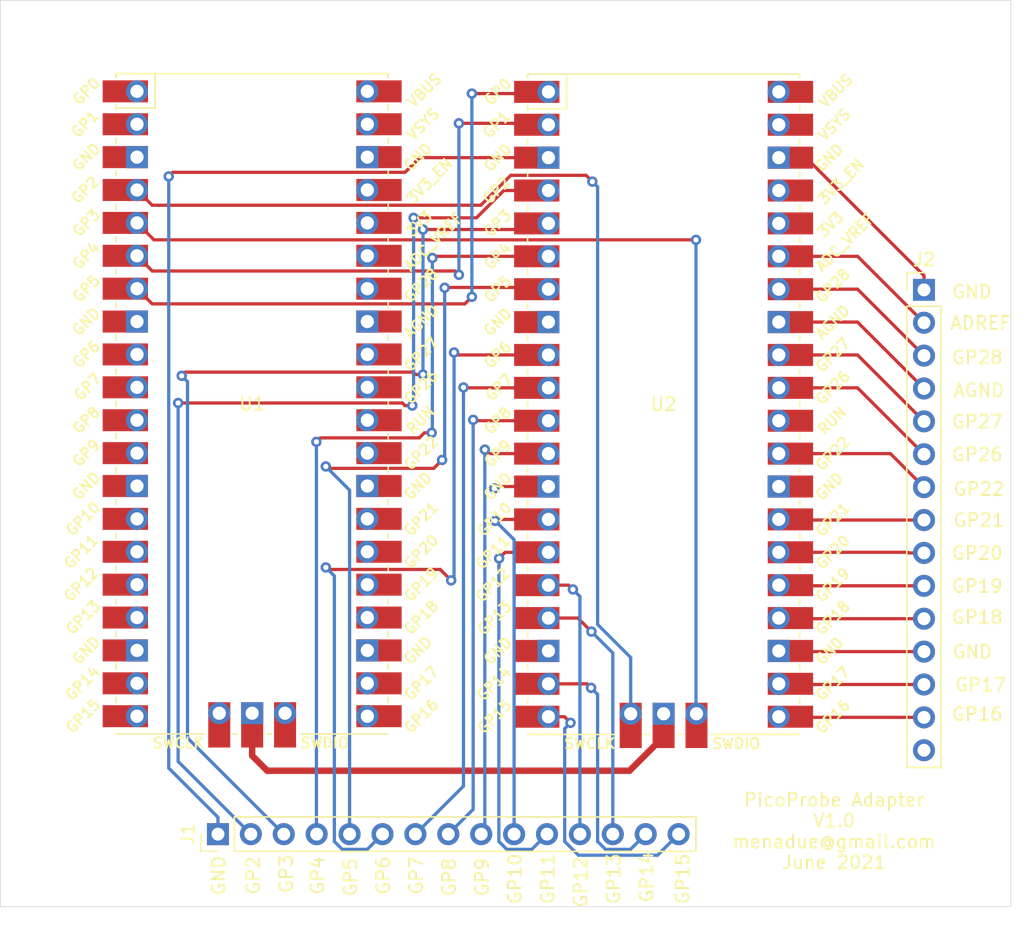
<source format=kicad_pcb>
(kicad_pcb (version 20171130) (host pcbnew 5.1.5+dfsg1-2build2)

  (general
    (thickness 1.6)
    (drawings 35)
    (tracks 205)
    (zones 0)
    (modules 4)
    (nets 82)
  )

  (page A4)
  (layers
    (0 F.Cu signal)
    (31 B.Cu signal)
    (32 B.Adhes user)
    (33 F.Adhes user)
    (34 B.Paste user)
    (35 F.Paste user)
    (36 B.SilkS user)
    (37 F.SilkS user)
    (38 B.Mask user)
    (39 F.Mask user)
    (40 Dwgs.User user)
    (41 Cmts.User user)
    (42 Eco1.User user)
    (43 Eco2.User user)
    (44 Edge.Cuts user)
    (45 Margin user)
    (46 B.CrtYd user)
    (47 F.CrtYd user)
    (48 B.Fab user)
    (49 F.Fab user)
  )

  (setup
    (last_trace_width 0.25)
    (user_trace_width 0.5)
    (trace_clearance 0.2)
    (zone_clearance 0.508)
    (zone_45_only no)
    (trace_min 0.2)
    (via_size 0.8)
    (via_drill 0.4)
    (via_min_size 0.4)
    (via_min_drill 0.3)
    (uvia_size 0.3)
    (uvia_drill 0.1)
    (uvias_allowed no)
    (uvia_min_size 0.2)
    (uvia_min_drill 0.1)
    (edge_width 0.05)
    (segment_width 0.2)
    (pcb_text_width 0.3)
    (pcb_text_size 1.5 1.5)
    (mod_edge_width 0.12)
    (mod_text_size 1 1)
    (mod_text_width 0.15)
    (pad_size 1.524 1.524)
    (pad_drill 0.762)
    (pad_to_mask_clearance 0.051)
    (solder_mask_min_width 0.25)
    (aux_axis_origin 0 0)
    (visible_elements FFFFFF7F)
    (pcbplotparams
      (layerselection 0x010fc_ffffffff)
      (usegerberextensions false)
      (usegerberattributes false)
      (usegerberadvancedattributes false)
      (creategerberjobfile false)
      (excludeedgelayer true)
      (linewidth 0.100000)
      (plotframeref false)
      (viasonmask false)
      (mode 1)
      (useauxorigin false)
      (hpglpennumber 1)
      (hpglpenspeed 20)
      (hpglpendiameter 15.000000)
      (psnegative false)
      (psa4output false)
      (plotreference true)
      (plotvalue true)
      (plotinvisibletext false)
      (padsonsilk false)
      (subtractmaskfromsilk false)
      (outputformat 1)
      (mirror false)
      (drillshape 0)
      (scaleselection 1)
      (outputdirectory "fab1/"))
  )

  (net 0 "")
  (net 1 "Net-(J1-Pad15)")
  (net 2 "Net-(J1-Pad14)")
  (net 3 "Net-(J1-Pad13)")
  (net 4 "Net-(J1-Pad12)")
  (net 5 "Net-(J1-Pad11)")
  (net 6 "Net-(J1-Pad10)")
  (net 7 "Net-(J1-Pad9)")
  (net 8 "Net-(J1-Pad8)")
  (net 9 "Net-(J1-Pad7)")
  (net 10 "Net-(J1-Pad6)")
  (net 11 "Net-(J1-Pad5)")
  (net 12 "Net-(J1-Pad4)")
  (net 13 "Net-(J1-Pad3)")
  (net 14 "Net-(J1-Pad2)")
  (net 15 "Net-(J1-Pad1)")
  (net 16 "Net-(J2-Pad14)")
  (net 17 "Net-(J2-Pad13)")
  (net 18 "Net-(J2-Pad12)")
  (net 19 "Net-(J2-Pad11)")
  (net 20 "Net-(J2-Pad10)")
  (net 21 "Net-(J2-Pad9)")
  (net 22 "Net-(J2-Pad8)")
  (net 23 "Net-(J2-Pad7)")
  (net 24 "Net-(J2-Pad6)")
  (net 25 "Net-(J2-Pad5)")
  (net 26 "Net-(J2-Pad4)")
  (net 27 "Net-(J2-Pad3)")
  (net 28 "Net-(J2-Pad2)")
  (net 29 "Net-(J2-Pad1)")
  (net 30 "Net-(U1-Pad43)")
  (net 31 "Net-(U1-Pad42)")
  (net 32 "Net-(U1-Pad41)")
  (net 33 "Net-(U1-Pad21)")
  (net 34 "Net-(U1-Pad22)")
  (net 35 "Net-(U1-Pad23)")
  (net 36 "Net-(U1-Pad24)")
  (net 37 "Net-(U1-Pad25)")
  (net 38 "Net-(U1-Pad26)")
  (net 39 "Net-(U1-Pad27)")
  (net 40 "Net-(U1-Pad28)")
  (net 41 "Net-(U1-Pad29)")
  (net 42 "Net-(U1-Pad30)")
  (net 43 "Net-(U1-Pad31)")
  (net 44 "Net-(U1-Pad32)")
  (net 45 "Net-(U1-Pad33)")
  (net 46 "Net-(U1-Pad34)")
  (net 47 "Net-(U1-Pad35)")
  (net 48 "Net-(U1-Pad36)")
  (net 49 "Net-(U1-Pad37)")
  (net 50 "Net-(U1-Pad38)")
  (net 51 "Net-(U1-Pad39)")
  (net 52 "Net-(U1-Pad40)")
  (net 53 "Net-(U1-Pad20)")
  (net 54 "Net-(U1-Pad19)")
  (net 55 "Net-(U1-Pad18)")
  (net 56 "Net-(U1-Pad17)")
  (net 57 "Net-(U1-Pad16)")
  (net 58 "Net-(U1-Pad15)")
  (net 59 "Net-(U1-Pad14)")
  (net 60 "Net-(U1-Pad13)")
  (net 61 "Net-(U1-Pad12)")
  (net 62 "Net-(U1-Pad11)")
  (net 63 "Net-(U1-Pad10)")
  (net 64 "Net-(U1-Pad9)")
  (net 65 "Net-(U1-Pad8)")
  (net 66 "Net-(U1-Pad7)")
  (net 67 "Net-(U1-Pad6)")
  (net 68 "Net-(U1-Pad5)")
  (net 69 "Net-(U1-Pad4)")
  (net 70 "Net-(U1-Pad3)")
  (net 71 "Net-(U1-Pad2)")
  (net 72 "Net-(U1-Pad1)")
  (net 73 "Net-(U2-Pad28)")
  (net 74 "Net-(U2-Pad30)")
  (net 75 "Net-(U2-Pad36)")
  (net 76 "Net-(U2-Pad37)")
  (net 77 "Net-(U2-Pad39)")
  (net 78 "Net-(U2-Pad40)")
  (net 79 "Net-(U2-Pad18)")
  (net 80 "Net-(U2-Pad13)")
  (net 81 "Net-(U2-Pad8)")

  (net_class Default "This is the default net class."
    (clearance 0.2)
    (trace_width 0.25)
    (via_dia 0.8)
    (via_drill 0.4)
    (uvia_dia 0.3)
    (uvia_drill 0.1)
    (add_net "Net-(J1-Pad1)")
    (add_net "Net-(J1-Pad10)")
    (add_net "Net-(J1-Pad11)")
    (add_net "Net-(J1-Pad12)")
    (add_net "Net-(J1-Pad13)")
    (add_net "Net-(J1-Pad14)")
    (add_net "Net-(J1-Pad15)")
    (add_net "Net-(J1-Pad2)")
    (add_net "Net-(J1-Pad3)")
    (add_net "Net-(J1-Pad4)")
    (add_net "Net-(J1-Pad5)")
    (add_net "Net-(J1-Pad6)")
    (add_net "Net-(J1-Pad7)")
    (add_net "Net-(J1-Pad8)")
    (add_net "Net-(J1-Pad9)")
    (add_net "Net-(J2-Pad1)")
    (add_net "Net-(J2-Pad10)")
    (add_net "Net-(J2-Pad11)")
    (add_net "Net-(J2-Pad12)")
    (add_net "Net-(J2-Pad13)")
    (add_net "Net-(J2-Pad14)")
    (add_net "Net-(J2-Pad2)")
    (add_net "Net-(J2-Pad3)")
    (add_net "Net-(J2-Pad4)")
    (add_net "Net-(J2-Pad5)")
    (add_net "Net-(J2-Pad6)")
    (add_net "Net-(J2-Pad7)")
    (add_net "Net-(J2-Pad8)")
    (add_net "Net-(J2-Pad9)")
    (add_net "Net-(U1-Pad1)")
    (add_net "Net-(U1-Pad10)")
    (add_net "Net-(U1-Pad11)")
    (add_net "Net-(U1-Pad12)")
    (add_net "Net-(U1-Pad13)")
    (add_net "Net-(U1-Pad14)")
    (add_net "Net-(U1-Pad15)")
    (add_net "Net-(U1-Pad16)")
    (add_net "Net-(U1-Pad17)")
    (add_net "Net-(U1-Pad18)")
    (add_net "Net-(U1-Pad19)")
    (add_net "Net-(U1-Pad2)")
    (add_net "Net-(U1-Pad20)")
    (add_net "Net-(U1-Pad21)")
    (add_net "Net-(U1-Pad22)")
    (add_net "Net-(U1-Pad23)")
    (add_net "Net-(U1-Pad24)")
    (add_net "Net-(U1-Pad25)")
    (add_net "Net-(U1-Pad26)")
    (add_net "Net-(U1-Pad27)")
    (add_net "Net-(U1-Pad28)")
    (add_net "Net-(U1-Pad29)")
    (add_net "Net-(U1-Pad3)")
    (add_net "Net-(U1-Pad30)")
    (add_net "Net-(U1-Pad31)")
    (add_net "Net-(U1-Pad32)")
    (add_net "Net-(U1-Pad33)")
    (add_net "Net-(U1-Pad34)")
    (add_net "Net-(U1-Pad35)")
    (add_net "Net-(U1-Pad36)")
    (add_net "Net-(U1-Pad37)")
    (add_net "Net-(U1-Pad38)")
    (add_net "Net-(U1-Pad39)")
    (add_net "Net-(U1-Pad4)")
    (add_net "Net-(U1-Pad40)")
    (add_net "Net-(U1-Pad41)")
    (add_net "Net-(U1-Pad42)")
    (add_net "Net-(U1-Pad43)")
    (add_net "Net-(U1-Pad5)")
    (add_net "Net-(U1-Pad6)")
    (add_net "Net-(U1-Pad7)")
    (add_net "Net-(U1-Pad8)")
    (add_net "Net-(U1-Pad9)")
    (add_net "Net-(U2-Pad13)")
    (add_net "Net-(U2-Pad18)")
    (add_net "Net-(U2-Pad28)")
    (add_net "Net-(U2-Pad30)")
    (add_net "Net-(U2-Pad36)")
    (add_net "Net-(U2-Pad37)")
    (add_net "Net-(U2-Pad39)")
    (add_net "Net-(U2-Pad40)")
    (add_net "Net-(U2-Pad8)")
  )

  (module rp2040:RPi_Pico_SMD_TH (layer F.Cu) (tedit 5F638C80) (tstamp 60C53B7D)
    (at -37.8 17.2)
    (descr "Through hole straight pin header, 2x20, 2.54mm pitch, double rows")
    (tags "Through hole pin header THT 2x20 2.54mm double row")
    (path /60C4F6CD)
    (fp_text reference U2 (at 0 0) (layer F.SilkS)
      (effects (font (size 1 1) (thickness 0.15)))
    )
    (fp_text value Pico (at 0 2.159) (layer F.Fab)
      (effects (font (size 1 1) (thickness 0.15)))
    )
    (fp_text user "Copper Keepouts shown on Dwgs layer" (at 0.1 -30.2) (layer Cmts.User)
      (effects (font (size 1 1) (thickness 0.15)))
    )
    (fp_poly (pts (xy 3.7 -20.2) (xy -3.7 -20.2) (xy -3.7 -24.9) (xy 3.7 -24.9)) (layer Dwgs.User) (width 0.1))
    (fp_poly (pts (xy -1.5 -11.5) (xy -3.5 -11.5) (xy -3.5 -13.5) (xy -1.5 -13.5)) (layer Dwgs.User) (width 0.1))
    (fp_poly (pts (xy -1.5 -14) (xy -3.5 -14) (xy -3.5 -16) (xy -1.5 -16)) (layer Dwgs.User) (width 0.1))
    (fp_poly (pts (xy -1.5 -16.5) (xy -3.5 -16.5) (xy -3.5 -18.5) (xy -1.5 -18.5)) (layer Dwgs.User) (width 0.1))
    (fp_text user SWDIO (at 5.6 26.2) (layer F.SilkS)
      (effects (font (size 0.8 0.8) (thickness 0.15)))
    )
    (fp_text user SWCLK (at -5.7 26.2) (layer F.SilkS)
      (effects (font (size 0.8 0.8) (thickness 0.15)))
    )
    (fp_text user AGND (at 13.054 -6.35 45) (layer F.SilkS)
      (effects (font (size 0.8 0.8) (thickness 0.15)))
    )
    (fp_text user GND (at 12.8 -19.05 45) (layer F.SilkS)
      (effects (font (size 0.8 0.8) (thickness 0.15)))
    )
    (fp_text user GND (at 12.8 6.35 45) (layer F.SilkS)
      (effects (font (size 0.8 0.8) (thickness 0.15)))
    )
    (fp_text user GND (at 12.8 19.05 45) (layer F.SilkS)
      (effects (font (size 0.8 0.8) (thickness 0.15)))
    )
    (fp_text user GND (at -12.8 19.05 45) (layer F.SilkS)
      (effects (font (size 0.8 0.8) (thickness 0.15)))
    )
    (fp_text user GND (at -12.8 6.35 45) (layer F.SilkS)
      (effects (font (size 0.8 0.8) (thickness 0.15)))
    )
    (fp_text user GND (at -12.8 -6.35 45) (layer F.SilkS)
      (effects (font (size 0.8 0.8) (thickness 0.15)))
    )
    (fp_text user GND (at -12.8 -19.05 45) (layer F.SilkS)
      (effects (font (size 0.8 0.8) (thickness 0.15)))
    )
    (fp_text user VBUS (at 13.3 -24.2 45) (layer F.SilkS)
      (effects (font (size 0.8 0.8) (thickness 0.15)))
    )
    (fp_text user VSYS (at 13.2 -21.59 45) (layer F.SilkS)
      (effects (font (size 0.8 0.8) (thickness 0.15)))
    )
    (fp_text user 3V3_EN (at 13.7 -17.2 45) (layer F.SilkS)
      (effects (font (size 0.8 0.8) (thickness 0.15)))
    )
    (fp_text user 3V3 (at 12.9 -13.9 45) (layer F.SilkS)
      (effects (font (size 0.8 0.8) (thickness 0.15)))
    )
    (fp_text user ADC_VREF (at 14 -12.5 45) (layer F.SilkS)
      (effects (font (size 0.8 0.8) (thickness 0.15)))
    )
    (fp_text user GP28 (at 13.054 -9.144 45) (layer F.SilkS)
      (effects (font (size 0.8 0.8) (thickness 0.15)))
    )
    (fp_text user GP27 (at 13.054 -3.8 45) (layer F.SilkS)
      (effects (font (size 0.8 0.8) (thickness 0.15)))
    )
    (fp_text user GP26 (at 13.054 -1.27 45) (layer F.SilkS)
      (effects (font (size 0.8 0.8) (thickness 0.15)))
    )
    (fp_text user RUN (at 13 1.27 45) (layer F.SilkS)
      (effects (font (size 0.8 0.8) (thickness 0.15)))
    )
    (fp_text user GP22 (at 13.054 3.81 45) (layer F.SilkS)
      (effects (font (size 0.8 0.8) (thickness 0.15)))
    )
    (fp_text user GP21 (at 13.054 8.9 45) (layer F.SilkS)
      (effects (font (size 0.8 0.8) (thickness 0.15)))
    )
    (fp_text user GP20 (at 13.054 11.43 45) (layer F.SilkS)
      (effects (font (size 0.8 0.8) (thickness 0.15)))
    )
    (fp_text user GP19 (at 13.054 13.97 45) (layer F.SilkS)
      (effects (font (size 0.8 0.8) (thickness 0.15)))
    )
    (fp_text user GP18 (at 13.054 16.51 45) (layer F.SilkS)
      (effects (font (size 0.8 0.8) (thickness 0.15)))
    )
    (fp_text user GP17 (at 13.054 21.59 45) (layer F.SilkS)
      (effects (font (size 0.8 0.8) (thickness 0.15)))
    )
    (fp_text user GP16 (at 13.054 24.13 45) (layer F.SilkS)
      (effects (font (size 0.8 0.8) (thickness 0.15)))
    )
    (fp_text user GP15 (at -13.054 24.13 45) (layer F.SilkS)
      (effects (font (size 0.8 0.8) (thickness 0.15)))
    )
    (fp_text user GP14 (at -13.1 21.59 45) (layer F.SilkS)
      (effects (font (size 0.8 0.8) (thickness 0.15)))
    )
    (fp_text user GP13 (at -13.054 16.51 45) (layer F.SilkS)
      (effects (font (size 0.8 0.8) (thickness 0.15)))
    )
    (fp_text user GP12 (at -13.2 13.97 45) (layer F.SilkS)
      (effects (font (size 0.8 0.8) (thickness 0.15)))
    )
    (fp_text user GP11 (at -13.2 11.43 45) (layer F.SilkS)
      (effects (font (size 0.8 0.8) (thickness 0.15)))
    )
    (fp_text user GP10 (at -13.054 8.89 45) (layer F.SilkS)
      (effects (font (size 0.8 0.8) (thickness 0.15)))
    )
    (fp_text user GP9 (at -12.8 3.81 45) (layer F.SilkS)
      (effects (font (size 0.8 0.8) (thickness 0.15)))
    )
    (fp_text user GP8 (at -12.8 1.27 45) (layer F.SilkS)
      (effects (font (size 0.8 0.8) (thickness 0.15)))
    )
    (fp_text user GP7 (at -12.7 -1.3 45) (layer F.SilkS)
      (effects (font (size 0.8 0.8) (thickness 0.15)))
    )
    (fp_text user GP6 (at -12.8 -3.81 45) (layer F.SilkS)
      (effects (font (size 0.8 0.8) (thickness 0.15)))
    )
    (fp_text user GP5 (at -12.8 -8.89 45) (layer F.SilkS)
      (effects (font (size 0.8 0.8) (thickness 0.15)))
    )
    (fp_text user GP4 (at -12.8 -11.43 45) (layer F.SilkS)
      (effects (font (size 0.8 0.8) (thickness 0.15)))
    )
    (fp_text user GP3 (at -12.8 -13.97 45) (layer F.SilkS)
      (effects (font (size 0.8 0.8) (thickness 0.15)))
    )
    (fp_text user GP0 (at -12.8 -24.13 45) (layer F.SilkS)
      (effects (font (size 0.8 0.8) (thickness 0.15)))
    )
    (fp_text user GP2 (at -12.9 -16.51 45) (layer F.SilkS)
      (effects (font (size 0.8 0.8) (thickness 0.15)))
    )
    (fp_text user GP1 (at -12.9 -21.6 45) (layer F.SilkS)
      (effects (font (size 0.8 0.8) (thickness 0.15)))
    )
    (fp_text user %R (at 0 0 180) (layer F.Fab)
      (effects (font (size 1 1) (thickness 0.15)))
    )
    (fp_line (start -10.5 -25.5) (end 10.5 -25.5) (layer F.Fab) (width 0.12))
    (fp_line (start 10.5 -25.5) (end 10.5 25.5) (layer F.Fab) (width 0.12))
    (fp_line (start 10.5 25.5) (end -10.5 25.5) (layer F.Fab) (width 0.12))
    (fp_line (start -10.5 25.5) (end -10.5 -25.5) (layer F.Fab) (width 0.12))
    (fp_line (start -10.5 -24.2) (end -9.2 -25.5) (layer F.Fab) (width 0.12))
    (fp_line (start -11 -26) (end 11 -26) (layer F.CrtYd) (width 0.12))
    (fp_line (start 11 -26) (end 11 26) (layer F.CrtYd) (width 0.12))
    (fp_line (start 11 26) (end -11 26) (layer F.CrtYd) (width 0.12))
    (fp_line (start -11 26) (end -11 -26) (layer F.CrtYd) (width 0.12))
    (fp_line (start -10.5 -25.5) (end 10.5 -25.5) (layer F.SilkS) (width 0.12))
    (fp_line (start -3.7 25.5) (end -10.5 25.5) (layer F.SilkS) (width 0.12))
    (fp_line (start -10.5 -22.833) (end -7.493 -22.833) (layer F.SilkS) (width 0.12))
    (fp_line (start -7.493 -22.833) (end -7.493 -25.5) (layer F.SilkS) (width 0.12))
    (fp_line (start -10.5 -25.5) (end -10.5 -25.2) (layer F.SilkS) (width 0.12))
    (fp_line (start -10.5 -23.1) (end -10.5 -22.7) (layer F.SilkS) (width 0.12))
    (fp_line (start -10.5 -20.5) (end -10.5 -20.1) (layer F.SilkS) (width 0.12))
    (fp_line (start -10.5 -18) (end -10.5 -17.6) (layer F.SilkS) (width 0.12))
    (fp_line (start -10.5 -15.4) (end -10.5 -15) (layer F.SilkS) (width 0.12))
    (fp_line (start -10.5 -12.9) (end -10.5 -12.5) (layer F.SilkS) (width 0.12))
    (fp_line (start -10.5 -10.4) (end -10.5 -10) (layer F.SilkS) (width 0.12))
    (fp_line (start -10.5 -7.8) (end -10.5 -7.4) (layer F.SilkS) (width 0.12))
    (fp_line (start -10.5 -5.3) (end -10.5 -4.9) (layer F.SilkS) (width 0.12))
    (fp_line (start -10.5 -2.7) (end -10.5 -2.3) (layer F.SilkS) (width 0.12))
    (fp_line (start -10.5 -0.2) (end -10.5 0.2) (layer F.SilkS) (width 0.12))
    (fp_line (start -10.5 2.3) (end -10.5 2.7) (layer F.SilkS) (width 0.12))
    (fp_line (start -10.5 4.9) (end -10.5 5.3) (layer F.SilkS) (width 0.12))
    (fp_line (start -10.5 7.4) (end -10.5 7.8) (layer F.SilkS) (width 0.12))
    (fp_line (start -10.5 10) (end -10.5 10.4) (layer F.SilkS) (width 0.12))
    (fp_line (start -10.5 12.5) (end -10.5 12.9) (layer F.SilkS) (width 0.12))
    (fp_line (start -10.5 15.1) (end -10.5 15.5) (layer F.SilkS) (width 0.12))
    (fp_line (start -10.5 17.6) (end -10.5 18) (layer F.SilkS) (width 0.12))
    (fp_line (start -10.5 20.1) (end -10.5 20.5) (layer F.SilkS) (width 0.12))
    (fp_line (start -10.5 22.7) (end -10.5 23.1) (layer F.SilkS) (width 0.12))
    (fp_line (start 10.5 -10.4) (end 10.5 -10) (layer F.SilkS) (width 0.12))
    (fp_line (start 10.5 -5.3) (end 10.5 -4.9) (layer F.SilkS) (width 0.12))
    (fp_line (start 10.5 2.3) (end 10.5 2.7) (layer F.SilkS) (width 0.12))
    (fp_line (start 10.5 10) (end 10.5 10.4) (layer F.SilkS) (width 0.12))
    (fp_line (start 10.5 -20.5) (end 10.5 -20.1) (layer F.SilkS) (width 0.12))
    (fp_line (start 10.5 -23.1) (end 10.5 -22.7) (layer F.SilkS) (width 0.12))
    (fp_line (start 10.5 -15.4) (end 10.5 -15) (layer F.SilkS) (width 0.12))
    (fp_line (start 10.5 17.6) (end 10.5 18) (layer F.SilkS) (width 0.12))
    (fp_line (start 10.5 22.7) (end 10.5 23.1) (layer F.SilkS) (width 0.12))
    (fp_line (start 10.5 20.1) (end 10.5 20.5) (layer F.SilkS) (width 0.12))
    (fp_line (start 10.5 4.9) (end 10.5 5.3) (layer F.SilkS) (width 0.12))
    (fp_line (start 10.5 -0.2) (end 10.5 0.2) (layer F.SilkS) (width 0.12))
    (fp_line (start 10.5 -12.9) (end 10.5 -12.5) (layer F.SilkS) (width 0.12))
    (fp_line (start 10.5 -7.8) (end 10.5 -7.4) (layer F.SilkS) (width 0.12))
    (fp_line (start 10.5 12.5) (end 10.5 12.9) (layer F.SilkS) (width 0.12))
    (fp_line (start 10.5 -2.7) (end 10.5 -2.3) (layer F.SilkS) (width 0.12))
    (fp_line (start 10.5 -25.5) (end 10.5 -25.2) (layer F.SilkS) (width 0.12))
    (fp_line (start 10.5 -18) (end 10.5 -17.6) (layer F.SilkS) (width 0.12))
    (fp_line (start 10.5 7.4) (end 10.5 7.8) (layer F.SilkS) (width 0.12))
    (fp_line (start 10.5 15.1) (end 10.5 15.5) (layer F.SilkS) (width 0.12))
    (fp_line (start 10.5 25.5) (end 3.7 25.5) (layer F.SilkS) (width 0.12))
    (fp_line (start -1.5 25.5) (end -1.1 25.5) (layer F.SilkS) (width 0.12))
    (fp_line (start 1.1 25.5) (end 1.5 25.5) (layer F.SilkS) (width 0.12))
    (pad 43 thru_hole oval (at 2.54 23.9) (size 1.7 1.7) (drill 1.02) (layers *.Cu *.Mask)
      (net 68 "Net-(U1-Pad5)"))
    (pad 43 smd rect (at 2.54 23.9 90) (size 3.5 1.7) (drill (offset -0.9 0)) (layers F.Cu F.Mask)
      (net 68 "Net-(U1-Pad5)"))
    (pad 42 thru_hole rect (at 0 23.9) (size 1.7 1.7) (drill 1.02) (layers *.Cu *.Mask)
      (net 31 "Net-(U1-Pad42)"))
    (pad 42 smd rect (at 0 23.9 90) (size 3.5 1.7) (drill (offset -0.9 0)) (layers F.Cu F.Mask)
      (net 31 "Net-(U1-Pad42)"))
    (pad 41 thru_hole oval (at -2.54 23.9) (size 1.7 1.7) (drill 1.02) (layers *.Cu *.Mask)
      (net 69 "Net-(U1-Pad4)"))
    (pad 41 smd rect (at -2.54 23.9 90) (size 3.5 1.7) (drill (offset -0.9 0)) (layers F.Cu F.Mask)
      (net 69 "Net-(U1-Pad4)"))
    (pad "" np_thru_hole oval (at 2.425 -20.97) (size 1.5 1.5) (drill 1.5) (layers *.Cu *.Mask))
    (pad "" np_thru_hole oval (at -2.425 -20.97) (size 1.5 1.5) (drill 1.5) (layers *.Cu *.Mask))
    (pad "" np_thru_hole oval (at 2.725 -24) (size 1.8 1.8) (drill 1.8) (layers *.Cu *.Mask))
    (pad "" np_thru_hole oval (at -2.725 -24) (size 1.8 1.8) (drill 1.8) (layers *.Cu *.Mask))
    (pad 21 smd rect (at 8.89 24.13) (size 3.5 1.7) (drill (offset 0.9 0)) (layers F.Cu F.Mask)
      (net 16 "Net-(J2-Pad14)"))
    (pad 22 smd rect (at 8.89 21.59) (size 3.5 1.7) (drill (offset 0.9 0)) (layers F.Cu F.Mask)
      (net 17 "Net-(J2-Pad13)"))
    (pad 23 smd rect (at 8.89 19.05) (size 3.5 1.7) (drill (offset 0.9 0)) (layers F.Cu F.Mask)
      (net 18 "Net-(J2-Pad12)"))
    (pad 24 smd rect (at 8.89 16.51) (size 3.5 1.7) (drill (offset 0.9 0)) (layers F.Cu F.Mask)
      (net 19 "Net-(J2-Pad11)"))
    (pad 25 smd rect (at 8.89 13.97) (size 3.5 1.7) (drill (offset 0.9 0)) (layers F.Cu F.Mask)
      (net 20 "Net-(J2-Pad10)"))
    (pad 26 smd rect (at 8.89 11.43) (size 3.5 1.7) (drill (offset 0.9 0)) (layers F.Cu F.Mask)
      (net 21 "Net-(J2-Pad9)"))
    (pad 27 smd rect (at 8.89 8.89) (size 3.5 1.7) (drill (offset 0.9 0)) (layers F.Cu F.Mask)
      (net 22 "Net-(J2-Pad8)"))
    (pad 28 smd rect (at 8.89 6.35) (size 3.5 1.7) (drill (offset 0.9 0)) (layers F.Cu F.Mask)
      (net 73 "Net-(U2-Pad28)"))
    (pad 29 smd rect (at 8.89 3.81) (size 3.5 1.7) (drill (offset 0.9 0)) (layers F.Cu F.Mask)
      (net 23 "Net-(J2-Pad7)"))
    (pad 30 smd rect (at 8.89 1.27) (size 3.5 1.7) (drill (offset 0.9 0)) (layers F.Cu F.Mask)
      (net 74 "Net-(U2-Pad30)"))
    (pad 31 smd rect (at 8.89 -1.27) (size 3.5 1.7) (drill (offset 0.9 0)) (layers F.Cu F.Mask)
      (net 24 "Net-(J2-Pad6)"))
    (pad 32 smd rect (at 8.89 -3.81) (size 3.5 1.7) (drill (offset 0.9 0)) (layers F.Cu F.Mask)
      (net 25 "Net-(J2-Pad5)"))
    (pad 33 smd rect (at 8.89 -6.35) (size 3.5 1.7) (drill (offset 0.9 0)) (layers F.Cu F.Mask)
      (net 26 "Net-(J2-Pad4)"))
    (pad 34 smd rect (at 8.89 -8.89) (size 3.5 1.7) (drill (offset 0.9 0)) (layers F.Cu F.Mask)
      (net 27 "Net-(J2-Pad3)"))
    (pad 35 smd rect (at 8.89 -11.43) (size 3.5 1.7) (drill (offset 0.9 0)) (layers F.Cu F.Mask)
      (net 28 "Net-(J2-Pad2)"))
    (pad 36 smd rect (at 8.89 -13.97) (size 3.5 1.7) (drill (offset 0.9 0)) (layers F.Cu F.Mask)
      (net 75 "Net-(U2-Pad36)"))
    (pad 37 smd rect (at 8.89 -16.51) (size 3.5 1.7) (drill (offset 0.9 0)) (layers F.Cu F.Mask)
      (net 76 "Net-(U2-Pad37)"))
    (pad 38 smd rect (at 8.89 -19.05) (size 3.5 1.7) (drill (offset 0.9 0)) (layers F.Cu F.Mask)
      (net 29 "Net-(J2-Pad1)"))
    (pad 39 smd rect (at 8.89 -21.59) (size 3.5 1.7) (drill (offset 0.9 0)) (layers F.Cu F.Mask)
      (net 77 "Net-(U2-Pad39)"))
    (pad 40 smd rect (at 8.89 -24.13) (size 3.5 1.7) (drill (offset 0.9 0)) (layers F.Cu F.Mask)
      (net 78 "Net-(U2-Pad40)"))
    (pad 20 smd rect (at -8.89 24.13) (size 3.5 1.7) (drill (offset -0.9 0)) (layers F.Cu F.Mask)
      (net 1 "Net-(J1-Pad15)"))
    (pad 19 smd rect (at -8.89 21.59) (size 3.5 1.7) (drill (offset -0.9 0)) (layers F.Cu F.Mask)
      (net 2 "Net-(J1-Pad14)"))
    (pad 18 smd rect (at -8.89 19.05) (size 3.5 1.7) (drill (offset -0.9 0)) (layers F.Cu F.Mask)
      (net 79 "Net-(U2-Pad18)"))
    (pad 17 smd rect (at -8.89 16.51) (size 3.5 1.7) (drill (offset -0.9 0)) (layers F.Cu F.Mask)
      (net 3 "Net-(J1-Pad13)"))
    (pad 16 smd rect (at -8.89 13.97) (size 3.5 1.7) (drill (offset -0.9 0)) (layers F.Cu F.Mask)
      (net 4 "Net-(J1-Pad12)"))
    (pad 15 smd rect (at -8.89 11.43) (size 3.5 1.7) (drill (offset -0.9 0)) (layers F.Cu F.Mask)
      (net 5 "Net-(J1-Pad11)"))
    (pad 14 smd rect (at -8.89 8.89) (size 3.5 1.7) (drill (offset -0.9 0)) (layers F.Cu F.Mask)
      (net 6 "Net-(J1-Pad10)"))
    (pad 13 smd rect (at -8.89 6.35) (size 3.5 1.7) (drill (offset -0.9 0)) (layers F.Cu F.Mask)
      (net 80 "Net-(U2-Pad13)"))
    (pad 12 smd rect (at -8.89 3.81) (size 3.5 1.7) (drill (offset -0.9 0)) (layers F.Cu F.Mask)
      (net 7 "Net-(J1-Pad9)"))
    (pad 11 smd rect (at -8.89 1.27) (size 3.5 1.7) (drill (offset -0.9 0)) (layers F.Cu F.Mask)
      (net 8 "Net-(J1-Pad8)"))
    (pad 10 smd rect (at -8.89 -1.27) (size 3.5 1.7) (drill (offset -0.9 0)) (layers F.Cu F.Mask)
      (net 9 "Net-(J1-Pad7)"))
    (pad 9 smd rect (at -8.89 -3.81) (size 3.5 1.7) (drill (offset -0.9 0)) (layers F.Cu F.Mask)
      (net 10 "Net-(J1-Pad6)"))
    (pad 8 smd rect (at -8.89 -6.35) (size 3.5 1.7) (drill (offset -0.9 0)) (layers F.Cu F.Mask)
      (net 81 "Net-(U2-Pad8)"))
    (pad 7 smd rect (at -8.89 -8.89) (size 3.5 1.7) (drill (offset -0.9 0)) (layers F.Cu F.Mask)
      (net 11 "Net-(J1-Pad5)"))
    (pad 6 smd rect (at -8.89 -11.43) (size 3.5 1.7) (drill (offset -0.9 0)) (layers F.Cu F.Mask)
      (net 12 "Net-(J1-Pad4)"))
    (pad 5 smd rect (at -8.89 -13.97) (size 3.5 1.7) (drill (offset -0.9 0)) (layers F.Cu F.Mask)
      (net 13 "Net-(J1-Pad3)"))
    (pad 4 smd rect (at -8.89 -16.51) (size 3.5 1.7) (drill (offset -0.9 0)) (layers F.Cu F.Mask)
      (net 14 "Net-(J1-Pad2)"))
    (pad 3 smd rect (at -8.89 -19.05) (size 3.5 1.7) (drill (offset -0.9 0)) (layers F.Cu F.Mask)
      (net 15 "Net-(J1-Pad1)"))
    (pad 2 smd rect (at -8.89 -21.59) (size 3.5 1.7) (drill (offset -0.9 0)) (layers F.Cu F.Mask)
      (net 67 "Net-(U1-Pad6)"))
    (pad 1 smd rect (at -8.89 -24.13) (size 3.5 1.7) (drill (offset -0.9 0)) (layers F.Cu F.Mask)
      (net 66 "Net-(U1-Pad7)"))
    (pad 40 thru_hole oval (at 8.89 -24.13) (size 1.7 1.7) (drill 1.02) (layers *.Cu *.Mask)
      (net 78 "Net-(U2-Pad40)"))
    (pad 39 thru_hole oval (at 8.89 -21.59) (size 1.7 1.7) (drill 1.02) (layers *.Cu *.Mask)
      (net 77 "Net-(U2-Pad39)"))
    (pad 38 thru_hole rect (at 8.89 -19.05) (size 1.7 1.7) (drill 1.02) (layers *.Cu *.Mask)
      (net 29 "Net-(J2-Pad1)"))
    (pad 37 thru_hole oval (at 8.89 -16.51) (size 1.7 1.7) (drill 1.02) (layers *.Cu *.Mask)
      (net 76 "Net-(U2-Pad37)"))
    (pad 36 thru_hole oval (at 8.89 -13.97) (size 1.7 1.7) (drill 1.02) (layers *.Cu *.Mask)
      (net 75 "Net-(U2-Pad36)"))
    (pad 35 thru_hole oval (at 8.89 -11.43) (size 1.7 1.7) (drill 1.02) (layers *.Cu *.Mask)
      (net 28 "Net-(J2-Pad2)"))
    (pad 34 thru_hole oval (at 8.89 -8.89) (size 1.7 1.7) (drill 1.02) (layers *.Cu *.Mask)
      (net 27 "Net-(J2-Pad3)"))
    (pad 33 thru_hole rect (at 8.89 -6.35) (size 1.7 1.7) (drill 1.02) (layers *.Cu *.Mask)
      (net 26 "Net-(J2-Pad4)"))
    (pad 32 thru_hole oval (at 8.89 -3.81) (size 1.7 1.7) (drill 1.02) (layers *.Cu *.Mask)
      (net 25 "Net-(J2-Pad5)"))
    (pad 31 thru_hole oval (at 8.89 -1.27) (size 1.7 1.7) (drill 1.02) (layers *.Cu *.Mask)
      (net 24 "Net-(J2-Pad6)"))
    (pad 30 thru_hole oval (at 8.89 1.27) (size 1.7 1.7) (drill 1.02) (layers *.Cu *.Mask)
      (net 74 "Net-(U2-Pad30)"))
    (pad 29 thru_hole oval (at 8.89 3.81) (size 1.7 1.7) (drill 1.02) (layers *.Cu *.Mask)
      (net 23 "Net-(J2-Pad7)"))
    (pad 28 thru_hole rect (at 8.89 6.35) (size 1.7 1.7) (drill 1.02) (layers *.Cu *.Mask)
      (net 73 "Net-(U2-Pad28)"))
    (pad 27 thru_hole oval (at 8.89 8.89) (size 1.7 1.7) (drill 1.02) (layers *.Cu *.Mask)
      (net 22 "Net-(J2-Pad8)"))
    (pad 26 thru_hole oval (at 8.89 11.43) (size 1.7 1.7) (drill 1.02) (layers *.Cu *.Mask)
      (net 21 "Net-(J2-Pad9)"))
    (pad 25 thru_hole oval (at 8.89 13.97) (size 1.7 1.7) (drill 1.02) (layers *.Cu *.Mask)
      (net 20 "Net-(J2-Pad10)"))
    (pad 24 thru_hole oval (at 8.89 16.51) (size 1.7 1.7) (drill 1.02) (layers *.Cu *.Mask)
      (net 19 "Net-(J2-Pad11)"))
    (pad 23 thru_hole rect (at 8.89 19.05) (size 1.7 1.7) (drill 1.02) (layers *.Cu *.Mask)
      (net 18 "Net-(J2-Pad12)"))
    (pad 22 thru_hole oval (at 8.89 21.59) (size 1.7 1.7) (drill 1.02) (layers *.Cu *.Mask)
      (net 17 "Net-(J2-Pad13)"))
    (pad 21 thru_hole oval (at 8.89 24.13) (size 1.7 1.7) (drill 1.02) (layers *.Cu *.Mask)
      (net 16 "Net-(J2-Pad14)"))
    (pad 20 thru_hole oval (at -8.89 24.13) (size 1.7 1.7) (drill 1.02) (layers *.Cu *.Mask)
      (net 1 "Net-(J1-Pad15)"))
    (pad 19 thru_hole oval (at -8.89 21.59) (size 1.7 1.7) (drill 1.02) (layers *.Cu *.Mask)
      (net 2 "Net-(J1-Pad14)"))
    (pad 18 thru_hole rect (at -8.89 19.05) (size 1.7 1.7) (drill 1.02) (layers *.Cu *.Mask)
      (net 79 "Net-(U2-Pad18)"))
    (pad 17 thru_hole oval (at -8.89 16.51) (size 1.7 1.7) (drill 1.02) (layers *.Cu *.Mask)
      (net 3 "Net-(J1-Pad13)"))
    (pad 16 thru_hole oval (at -8.89 13.97) (size 1.7 1.7) (drill 1.02) (layers *.Cu *.Mask)
      (net 4 "Net-(J1-Pad12)"))
    (pad 15 thru_hole oval (at -8.89 11.43) (size 1.7 1.7) (drill 1.02) (layers *.Cu *.Mask)
      (net 5 "Net-(J1-Pad11)"))
    (pad 14 thru_hole oval (at -8.89 8.89) (size 1.7 1.7) (drill 1.02) (layers *.Cu *.Mask)
      (net 6 "Net-(J1-Pad10)"))
    (pad 13 thru_hole rect (at -8.89 6.35) (size 1.7 1.7) (drill 1.02) (layers *.Cu *.Mask)
      (net 80 "Net-(U2-Pad13)"))
    (pad 12 thru_hole oval (at -8.89 3.81) (size 1.7 1.7) (drill 1.02) (layers *.Cu *.Mask)
      (net 7 "Net-(J1-Pad9)"))
    (pad 11 thru_hole oval (at -8.89 1.27) (size 1.7 1.7) (drill 1.02) (layers *.Cu *.Mask)
      (net 8 "Net-(J1-Pad8)"))
    (pad 10 thru_hole oval (at -8.89 -1.27) (size 1.7 1.7) (drill 1.02) (layers *.Cu *.Mask)
      (net 9 "Net-(J1-Pad7)"))
    (pad 9 thru_hole oval (at -8.89 -3.81) (size 1.7 1.7) (drill 1.02) (layers *.Cu *.Mask)
      (net 10 "Net-(J1-Pad6)"))
    (pad 8 thru_hole rect (at -8.89 -6.35) (size 1.7 1.7) (drill 1.02) (layers *.Cu *.Mask)
      (net 81 "Net-(U2-Pad8)"))
    (pad 7 thru_hole oval (at -8.89 -8.89) (size 1.7 1.7) (drill 1.02) (layers *.Cu *.Mask)
      (net 11 "Net-(J1-Pad5)"))
    (pad 6 thru_hole oval (at -8.89 -11.43) (size 1.7 1.7) (drill 1.02) (layers *.Cu *.Mask)
      (net 12 "Net-(J1-Pad4)"))
    (pad 5 thru_hole oval (at -8.89 -13.97) (size 1.7 1.7) (drill 1.02) (layers *.Cu *.Mask)
      (net 13 "Net-(J1-Pad3)"))
    (pad 4 thru_hole oval (at -8.89 -16.51) (size 1.7 1.7) (drill 1.02) (layers *.Cu *.Mask)
      (net 14 "Net-(J1-Pad2)"))
    (pad 3 thru_hole rect (at -8.89 -19.05) (size 1.7 1.7) (drill 1.02) (layers *.Cu *.Mask)
      (net 15 "Net-(J1-Pad1)"))
    (pad 2 thru_hole oval (at -8.89 -21.59) (size 1.7 1.7) (drill 1.02) (layers *.Cu *.Mask)
      (net 67 "Net-(U1-Pad6)"))
    (pad 1 thru_hole oval (at -8.89 -24.13) (size 1.7 1.7) (drill 1.02) (layers *.Cu *.Mask)
      (net 66 "Net-(U1-Pad7)"))
  )

  (module rp2040:RPi_Pico_SMD_TH (layer F.Cu) (tedit 5F638C80) (tstamp 60C53AB7)
    (at -69.56 17.160001)
    (descr "Through hole straight pin header, 2x20, 2.54mm pitch, double rows")
    (tags "Through hole pin header THT 2x20 2.54mm double row")
    (path /60C4DCCE)
    (fp_text reference U1 (at 0 0) (layer F.SilkS)
      (effects (font (size 1 1) (thickness 0.15)))
    )
    (fp_text value Pico (at 0 2.159) (layer F.Fab)
      (effects (font (size 1 1) (thickness 0.15)))
    )
    (fp_text user "Copper Keepouts shown on Dwgs layer" (at 0.1 -30.2) (layer Cmts.User)
      (effects (font (size 1 1) (thickness 0.15)))
    )
    (fp_poly (pts (xy 3.7 -20.2) (xy -3.7 -20.2) (xy -3.7 -24.9) (xy 3.7 -24.9)) (layer Dwgs.User) (width 0.1))
    (fp_poly (pts (xy -1.5 -11.5) (xy -3.5 -11.5) (xy -3.5 -13.5) (xy -1.5 -13.5)) (layer Dwgs.User) (width 0.1))
    (fp_poly (pts (xy -1.5 -14) (xy -3.5 -14) (xy -3.5 -16) (xy -1.5 -16)) (layer Dwgs.User) (width 0.1))
    (fp_poly (pts (xy -1.5 -16.5) (xy -3.5 -16.5) (xy -3.5 -18.5) (xy -1.5 -18.5)) (layer Dwgs.User) (width 0.1))
    (fp_text user SWDIO (at 5.6 26.2) (layer F.SilkS)
      (effects (font (size 0.8 0.8) (thickness 0.15)))
    )
    (fp_text user SWCLK (at -5.7 26.2) (layer F.SilkS)
      (effects (font (size 0.8 0.8) (thickness 0.15)))
    )
    (fp_text user AGND (at 13.054 -6.35 45) (layer F.SilkS)
      (effects (font (size 0.8 0.8) (thickness 0.15)))
    )
    (fp_text user GND (at 12.8 -19.05 45) (layer F.SilkS)
      (effects (font (size 0.8 0.8) (thickness 0.15)))
    )
    (fp_text user GND (at 12.8 6.35 45) (layer F.SilkS)
      (effects (font (size 0.8 0.8) (thickness 0.15)))
    )
    (fp_text user GND (at 12.8 19.05 45) (layer F.SilkS)
      (effects (font (size 0.8 0.8) (thickness 0.15)))
    )
    (fp_text user GND (at -12.8 19.05 45) (layer F.SilkS)
      (effects (font (size 0.8 0.8) (thickness 0.15)))
    )
    (fp_text user GND (at -12.8 6.35 45) (layer F.SilkS)
      (effects (font (size 0.8 0.8) (thickness 0.15)))
    )
    (fp_text user GND (at -12.8 -6.35 45) (layer F.SilkS)
      (effects (font (size 0.8 0.8) (thickness 0.15)))
    )
    (fp_text user GND (at -12.8 -19.05 45) (layer F.SilkS)
      (effects (font (size 0.8 0.8) (thickness 0.15)))
    )
    (fp_text user VBUS (at 13.3 -24.2 45) (layer F.SilkS)
      (effects (font (size 0.8 0.8) (thickness 0.15)))
    )
    (fp_text user VSYS (at 13.2 -21.59 45) (layer F.SilkS)
      (effects (font (size 0.8 0.8) (thickness 0.15)))
    )
    (fp_text user 3V3_EN (at 13.7 -17.2 45) (layer F.SilkS)
      (effects (font (size 0.8 0.8) (thickness 0.15)))
    )
    (fp_text user 3V3 (at 12.9 -13.9 45) (layer F.SilkS)
      (effects (font (size 0.8 0.8) (thickness 0.15)))
    )
    (fp_text user ADC_VREF (at 14 -12.5 45) (layer F.SilkS)
      (effects (font (size 0.8 0.8) (thickness 0.15)))
    )
    (fp_text user GP28 (at 13.054 -9.144 45) (layer F.SilkS)
      (effects (font (size 0.8 0.8) (thickness 0.15)))
    )
    (fp_text user GP27 (at 13.054 -3.8 45) (layer F.SilkS)
      (effects (font (size 0.8 0.8) (thickness 0.15)))
    )
    (fp_text user GP26 (at 13.054 -1.27 45) (layer F.SilkS)
      (effects (font (size 0.8 0.8) (thickness 0.15)))
    )
    (fp_text user RUN (at 13 1.27 45) (layer F.SilkS)
      (effects (font (size 0.8 0.8) (thickness 0.15)))
    )
    (fp_text user GP22 (at 13.054 3.81 45) (layer F.SilkS)
      (effects (font (size 0.8 0.8) (thickness 0.15)))
    )
    (fp_text user GP21 (at 13.054 8.9 45) (layer F.SilkS)
      (effects (font (size 0.8 0.8) (thickness 0.15)))
    )
    (fp_text user GP20 (at 13.054 11.43 45) (layer F.SilkS)
      (effects (font (size 0.8 0.8) (thickness 0.15)))
    )
    (fp_text user GP19 (at 13.054 13.97 45) (layer F.SilkS)
      (effects (font (size 0.8 0.8) (thickness 0.15)))
    )
    (fp_text user GP18 (at 13.054 16.51 45) (layer F.SilkS)
      (effects (font (size 0.8 0.8) (thickness 0.15)))
    )
    (fp_text user GP17 (at 13.054 21.59 45) (layer F.SilkS)
      (effects (font (size 0.8 0.8) (thickness 0.15)))
    )
    (fp_text user GP16 (at 13.054 24.13 45) (layer F.SilkS)
      (effects (font (size 0.8 0.8) (thickness 0.15)))
    )
    (fp_text user GP15 (at -13.054 24.13 45) (layer F.SilkS)
      (effects (font (size 0.8 0.8) (thickness 0.15)))
    )
    (fp_text user GP14 (at -13.1 21.59 45) (layer F.SilkS)
      (effects (font (size 0.8 0.8) (thickness 0.15)))
    )
    (fp_text user GP13 (at -13.054 16.51 45) (layer F.SilkS)
      (effects (font (size 0.8 0.8) (thickness 0.15)))
    )
    (fp_text user GP12 (at -13.2 13.97 45) (layer F.SilkS)
      (effects (font (size 0.8 0.8) (thickness 0.15)))
    )
    (fp_text user GP11 (at -13.2 11.43 45) (layer F.SilkS)
      (effects (font (size 0.8 0.8) (thickness 0.15)))
    )
    (fp_text user GP10 (at -13.054 8.89 45) (layer F.SilkS)
      (effects (font (size 0.8 0.8) (thickness 0.15)))
    )
    (fp_text user GP9 (at -12.8 3.81 45) (layer F.SilkS)
      (effects (font (size 0.8 0.8) (thickness 0.15)))
    )
    (fp_text user GP8 (at -12.8 1.27 45) (layer F.SilkS)
      (effects (font (size 0.8 0.8) (thickness 0.15)))
    )
    (fp_text user GP7 (at -12.7 -1.3 45) (layer F.SilkS)
      (effects (font (size 0.8 0.8) (thickness 0.15)))
    )
    (fp_text user GP6 (at -12.8 -3.81 45) (layer F.SilkS)
      (effects (font (size 0.8 0.8) (thickness 0.15)))
    )
    (fp_text user GP5 (at -12.8 -8.89 45) (layer F.SilkS)
      (effects (font (size 0.8 0.8) (thickness 0.15)))
    )
    (fp_text user GP4 (at -12.8 -11.43 45) (layer F.SilkS)
      (effects (font (size 0.8 0.8) (thickness 0.15)))
    )
    (fp_text user GP3 (at -12.8 -13.97 45) (layer F.SilkS)
      (effects (font (size 0.8 0.8) (thickness 0.15)))
    )
    (fp_text user GP0 (at -12.8 -24.13 45) (layer F.SilkS)
      (effects (font (size 0.8 0.8) (thickness 0.15)))
    )
    (fp_text user GP2 (at -12.9 -16.51 45) (layer F.SilkS)
      (effects (font (size 0.8 0.8) (thickness 0.15)))
    )
    (fp_text user GP1 (at -12.9 -21.6 45) (layer F.SilkS)
      (effects (font (size 0.8 0.8) (thickness 0.15)))
    )
    (fp_text user %R (at 0 0 180) (layer F.Fab)
      (effects (font (size 1 1) (thickness 0.15)))
    )
    (fp_line (start -10.5 -25.5) (end 10.5 -25.5) (layer F.Fab) (width 0.12))
    (fp_line (start 10.5 -25.5) (end 10.5 25.5) (layer F.Fab) (width 0.12))
    (fp_line (start 10.5 25.5) (end -10.5 25.5) (layer F.Fab) (width 0.12))
    (fp_line (start -10.5 25.5) (end -10.5 -25.5) (layer F.Fab) (width 0.12))
    (fp_line (start -10.5 -24.2) (end -9.2 -25.5) (layer F.Fab) (width 0.12))
    (fp_line (start -11 -26) (end 11 -26) (layer F.CrtYd) (width 0.12))
    (fp_line (start 11 -26) (end 11 26) (layer F.CrtYd) (width 0.12))
    (fp_line (start 11 26) (end -11 26) (layer F.CrtYd) (width 0.12))
    (fp_line (start -11 26) (end -11 -26) (layer F.CrtYd) (width 0.12))
    (fp_line (start -10.5 -25.5) (end 10.5 -25.5) (layer F.SilkS) (width 0.12))
    (fp_line (start -3.7 25.5) (end -10.5 25.5) (layer F.SilkS) (width 0.12))
    (fp_line (start -10.5 -22.833) (end -7.493 -22.833) (layer F.SilkS) (width 0.12))
    (fp_line (start -7.493 -22.833) (end -7.493 -25.5) (layer F.SilkS) (width 0.12))
    (fp_line (start -10.5 -25.5) (end -10.5 -25.2) (layer F.SilkS) (width 0.12))
    (fp_line (start -10.5 -23.1) (end -10.5 -22.7) (layer F.SilkS) (width 0.12))
    (fp_line (start -10.5 -20.5) (end -10.5 -20.1) (layer F.SilkS) (width 0.12))
    (fp_line (start -10.5 -18) (end -10.5 -17.6) (layer F.SilkS) (width 0.12))
    (fp_line (start -10.5 -15.4) (end -10.5 -15) (layer F.SilkS) (width 0.12))
    (fp_line (start -10.5 -12.9) (end -10.5 -12.5) (layer F.SilkS) (width 0.12))
    (fp_line (start -10.5 -10.4) (end -10.5 -10) (layer F.SilkS) (width 0.12))
    (fp_line (start -10.5 -7.8) (end -10.5 -7.4) (layer F.SilkS) (width 0.12))
    (fp_line (start -10.5 -5.3) (end -10.5 -4.9) (layer F.SilkS) (width 0.12))
    (fp_line (start -10.5 -2.7) (end -10.5 -2.3) (layer F.SilkS) (width 0.12))
    (fp_line (start -10.5 -0.2) (end -10.5 0.2) (layer F.SilkS) (width 0.12))
    (fp_line (start -10.5 2.3) (end -10.5 2.7) (layer F.SilkS) (width 0.12))
    (fp_line (start -10.5 4.9) (end -10.5 5.3) (layer F.SilkS) (width 0.12))
    (fp_line (start -10.5 7.4) (end -10.5 7.8) (layer F.SilkS) (width 0.12))
    (fp_line (start -10.5 10) (end -10.5 10.4) (layer F.SilkS) (width 0.12))
    (fp_line (start -10.5 12.5) (end -10.5 12.9) (layer F.SilkS) (width 0.12))
    (fp_line (start -10.5 15.1) (end -10.5 15.5) (layer F.SilkS) (width 0.12))
    (fp_line (start -10.5 17.6) (end -10.5 18) (layer F.SilkS) (width 0.12))
    (fp_line (start -10.5 20.1) (end -10.5 20.5) (layer F.SilkS) (width 0.12))
    (fp_line (start -10.5 22.7) (end -10.5 23.1) (layer F.SilkS) (width 0.12))
    (fp_line (start 10.5 -10.4) (end 10.5 -10) (layer F.SilkS) (width 0.12))
    (fp_line (start 10.5 -5.3) (end 10.5 -4.9) (layer F.SilkS) (width 0.12))
    (fp_line (start 10.5 2.3) (end 10.5 2.7) (layer F.SilkS) (width 0.12))
    (fp_line (start 10.5 10) (end 10.5 10.4) (layer F.SilkS) (width 0.12))
    (fp_line (start 10.5 -20.5) (end 10.5 -20.1) (layer F.SilkS) (width 0.12))
    (fp_line (start 10.5 -23.1) (end 10.5 -22.7) (layer F.SilkS) (width 0.12))
    (fp_line (start 10.5 -15.4) (end 10.5 -15) (layer F.SilkS) (width 0.12))
    (fp_line (start 10.5 17.6) (end 10.5 18) (layer F.SilkS) (width 0.12))
    (fp_line (start 10.5 22.7) (end 10.5 23.1) (layer F.SilkS) (width 0.12))
    (fp_line (start 10.5 20.1) (end 10.5 20.5) (layer F.SilkS) (width 0.12))
    (fp_line (start 10.5 4.9) (end 10.5 5.3) (layer F.SilkS) (width 0.12))
    (fp_line (start 10.5 -0.2) (end 10.5 0.2) (layer F.SilkS) (width 0.12))
    (fp_line (start 10.5 -12.9) (end 10.5 -12.5) (layer F.SilkS) (width 0.12))
    (fp_line (start 10.5 -7.8) (end 10.5 -7.4) (layer F.SilkS) (width 0.12))
    (fp_line (start 10.5 12.5) (end 10.5 12.9) (layer F.SilkS) (width 0.12))
    (fp_line (start 10.5 -2.7) (end 10.5 -2.3) (layer F.SilkS) (width 0.12))
    (fp_line (start 10.5 -25.5) (end 10.5 -25.2) (layer F.SilkS) (width 0.12))
    (fp_line (start 10.5 -18) (end 10.5 -17.6) (layer F.SilkS) (width 0.12))
    (fp_line (start 10.5 7.4) (end 10.5 7.8) (layer F.SilkS) (width 0.12))
    (fp_line (start 10.5 15.1) (end 10.5 15.5) (layer F.SilkS) (width 0.12))
    (fp_line (start 10.5 25.5) (end 3.7 25.5) (layer F.SilkS) (width 0.12))
    (fp_line (start -1.5 25.5) (end -1.1 25.5) (layer F.SilkS) (width 0.12))
    (fp_line (start 1.1 25.5) (end 1.5 25.5) (layer F.SilkS) (width 0.12))
    (pad 43 thru_hole oval (at 2.54 23.9) (size 1.7 1.7) (drill 1.02) (layers *.Cu *.Mask)
      (net 30 "Net-(U1-Pad43)"))
    (pad 43 smd rect (at 2.54 23.9 90) (size 3.5 1.7) (drill (offset -0.9 0)) (layers F.Cu F.Mask)
      (net 30 "Net-(U1-Pad43)"))
    (pad 42 thru_hole rect (at 0 23.9) (size 1.7 1.7) (drill 1.02) (layers *.Cu *.Mask)
      (net 31 "Net-(U1-Pad42)"))
    (pad 42 smd rect (at 0 23.9 90) (size 3.5 1.7) (drill (offset -0.9 0)) (layers F.Cu F.Mask)
      (net 31 "Net-(U1-Pad42)"))
    (pad 41 thru_hole oval (at -2.54 23.9) (size 1.7 1.7) (drill 1.02) (layers *.Cu *.Mask)
      (net 32 "Net-(U1-Pad41)"))
    (pad 41 smd rect (at -2.54 23.9 90) (size 3.5 1.7) (drill (offset -0.9 0)) (layers F.Cu F.Mask)
      (net 32 "Net-(U1-Pad41)"))
    (pad "" np_thru_hole oval (at 2.425 -20.97) (size 1.5 1.5) (drill 1.5) (layers *.Cu *.Mask))
    (pad "" np_thru_hole oval (at -2.425 -20.97) (size 1.5 1.5) (drill 1.5) (layers *.Cu *.Mask))
    (pad "" np_thru_hole oval (at 2.725 -24) (size 1.8 1.8) (drill 1.8) (layers *.Cu *.Mask))
    (pad "" np_thru_hole oval (at -2.725 -24) (size 1.8 1.8) (drill 1.8) (layers *.Cu *.Mask))
    (pad 21 smd rect (at 8.89 24.13) (size 3.5 1.7) (drill (offset 0.9 0)) (layers F.Cu F.Mask)
      (net 33 "Net-(U1-Pad21)"))
    (pad 22 smd rect (at 8.89 21.59) (size 3.5 1.7) (drill (offset 0.9 0)) (layers F.Cu F.Mask)
      (net 34 "Net-(U1-Pad22)"))
    (pad 23 smd rect (at 8.89 19.05) (size 3.5 1.7) (drill (offset 0.9 0)) (layers F.Cu F.Mask)
      (net 35 "Net-(U1-Pad23)"))
    (pad 24 smd rect (at 8.89 16.51) (size 3.5 1.7) (drill (offset 0.9 0)) (layers F.Cu F.Mask)
      (net 36 "Net-(U1-Pad24)"))
    (pad 25 smd rect (at 8.89 13.97) (size 3.5 1.7) (drill (offset 0.9 0)) (layers F.Cu F.Mask)
      (net 37 "Net-(U1-Pad25)"))
    (pad 26 smd rect (at 8.89 11.43) (size 3.5 1.7) (drill (offset 0.9 0)) (layers F.Cu F.Mask)
      (net 38 "Net-(U1-Pad26)"))
    (pad 27 smd rect (at 8.89 8.89) (size 3.5 1.7) (drill (offset 0.9 0)) (layers F.Cu F.Mask)
      (net 39 "Net-(U1-Pad27)"))
    (pad 28 smd rect (at 8.89 6.35) (size 3.5 1.7) (drill (offset 0.9 0)) (layers F.Cu F.Mask)
      (net 40 "Net-(U1-Pad28)"))
    (pad 29 smd rect (at 8.89 3.81) (size 3.5 1.7) (drill (offset 0.9 0)) (layers F.Cu F.Mask)
      (net 41 "Net-(U1-Pad29)"))
    (pad 30 smd rect (at 8.89 1.27) (size 3.5 1.7) (drill (offset 0.9 0)) (layers F.Cu F.Mask)
      (net 42 "Net-(U1-Pad30)"))
    (pad 31 smd rect (at 8.89 -1.27) (size 3.5 1.7) (drill (offset 0.9 0)) (layers F.Cu F.Mask)
      (net 43 "Net-(U1-Pad31)"))
    (pad 32 smd rect (at 8.89 -3.81) (size 3.5 1.7) (drill (offset 0.9 0)) (layers F.Cu F.Mask)
      (net 44 "Net-(U1-Pad32)"))
    (pad 33 smd rect (at 8.89 -6.35) (size 3.5 1.7) (drill (offset 0.9 0)) (layers F.Cu F.Mask)
      (net 45 "Net-(U1-Pad33)"))
    (pad 34 smd rect (at 8.89 -8.89) (size 3.5 1.7) (drill (offset 0.9 0)) (layers F.Cu F.Mask)
      (net 46 "Net-(U1-Pad34)"))
    (pad 35 smd rect (at 8.89 -11.43) (size 3.5 1.7) (drill (offset 0.9 0)) (layers F.Cu F.Mask)
      (net 47 "Net-(U1-Pad35)"))
    (pad 36 smd rect (at 8.89 -13.97) (size 3.5 1.7) (drill (offset 0.9 0)) (layers F.Cu F.Mask)
      (net 48 "Net-(U1-Pad36)"))
    (pad 37 smd rect (at 8.89 -16.51) (size 3.5 1.7) (drill (offset 0.9 0)) (layers F.Cu F.Mask)
      (net 49 "Net-(U1-Pad37)"))
    (pad 38 smd rect (at 8.89 -19.05) (size 3.5 1.7) (drill (offset 0.9 0)) (layers F.Cu F.Mask)
      (net 50 "Net-(U1-Pad38)"))
    (pad 39 smd rect (at 8.89 -21.59) (size 3.5 1.7) (drill (offset 0.9 0)) (layers F.Cu F.Mask)
      (net 51 "Net-(U1-Pad39)"))
    (pad 40 smd rect (at 8.89 -24.13) (size 3.5 1.7) (drill (offset 0.9 0)) (layers F.Cu F.Mask)
      (net 52 "Net-(U1-Pad40)"))
    (pad 20 smd rect (at -8.89 24.13) (size 3.5 1.7) (drill (offset -0.9 0)) (layers F.Cu F.Mask)
      (net 53 "Net-(U1-Pad20)"))
    (pad 19 smd rect (at -8.89 21.59) (size 3.5 1.7) (drill (offset -0.9 0)) (layers F.Cu F.Mask)
      (net 54 "Net-(U1-Pad19)"))
    (pad 18 smd rect (at -8.89 19.05) (size 3.5 1.7) (drill (offset -0.9 0)) (layers F.Cu F.Mask)
      (net 55 "Net-(U1-Pad18)"))
    (pad 17 smd rect (at -8.89 16.51) (size 3.5 1.7) (drill (offset -0.9 0)) (layers F.Cu F.Mask)
      (net 56 "Net-(U1-Pad17)"))
    (pad 16 smd rect (at -8.89 13.97) (size 3.5 1.7) (drill (offset -0.9 0)) (layers F.Cu F.Mask)
      (net 57 "Net-(U1-Pad16)"))
    (pad 15 smd rect (at -8.89 11.43) (size 3.5 1.7) (drill (offset -0.9 0)) (layers F.Cu F.Mask)
      (net 58 "Net-(U1-Pad15)"))
    (pad 14 smd rect (at -8.89 8.89) (size 3.5 1.7) (drill (offset -0.9 0)) (layers F.Cu F.Mask)
      (net 59 "Net-(U1-Pad14)"))
    (pad 13 smd rect (at -8.89 6.35) (size 3.5 1.7) (drill (offset -0.9 0)) (layers F.Cu F.Mask)
      (net 60 "Net-(U1-Pad13)"))
    (pad 12 smd rect (at -8.89 3.81) (size 3.5 1.7) (drill (offset -0.9 0)) (layers F.Cu F.Mask)
      (net 61 "Net-(U1-Pad12)"))
    (pad 11 smd rect (at -8.89 1.27) (size 3.5 1.7) (drill (offset -0.9 0)) (layers F.Cu F.Mask)
      (net 62 "Net-(U1-Pad11)"))
    (pad 10 smd rect (at -8.89 -1.27) (size 3.5 1.7) (drill (offset -0.9 0)) (layers F.Cu F.Mask)
      (net 63 "Net-(U1-Pad10)"))
    (pad 9 smd rect (at -8.89 -3.81) (size 3.5 1.7) (drill (offset -0.9 0)) (layers F.Cu F.Mask)
      (net 64 "Net-(U1-Pad9)"))
    (pad 8 smd rect (at -8.89 -6.35) (size 3.5 1.7) (drill (offset -0.9 0)) (layers F.Cu F.Mask)
      (net 65 "Net-(U1-Pad8)"))
    (pad 7 smd rect (at -8.89 -8.89) (size 3.5 1.7) (drill (offset -0.9 0)) (layers F.Cu F.Mask)
      (net 66 "Net-(U1-Pad7)"))
    (pad 6 smd rect (at -8.89 -11.43) (size 3.5 1.7) (drill (offset -0.9 0)) (layers F.Cu F.Mask)
      (net 67 "Net-(U1-Pad6)"))
    (pad 5 smd rect (at -8.89 -13.97) (size 3.5 1.7) (drill (offset -0.9 0)) (layers F.Cu F.Mask)
      (net 68 "Net-(U1-Pad5)"))
    (pad 4 smd rect (at -8.89 -16.51) (size 3.5 1.7) (drill (offset -0.9 0)) (layers F.Cu F.Mask)
      (net 69 "Net-(U1-Pad4)"))
    (pad 3 smd rect (at -8.89 -19.05) (size 3.5 1.7) (drill (offset -0.9 0)) (layers F.Cu F.Mask)
      (net 70 "Net-(U1-Pad3)"))
    (pad 2 smd rect (at -8.89 -21.59) (size 3.5 1.7) (drill (offset -0.9 0)) (layers F.Cu F.Mask)
      (net 71 "Net-(U1-Pad2)"))
    (pad 1 smd rect (at -8.89 -24.13) (size 3.5 1.7) (drill (offset -0.9 0)) (layers F.Cu F.Mask)
      (net 72 "Net-(U1-Pad1)"))
    (pad 40 thru_hole oval (at 8.89 -24.13) (size 1.7 1.7) (drill 1.02) (layers *.Cu *.Mask)
      (net 52 "Net-(U1-Pad40)"))
    (pad 39 thru_hole oval (at 8.89 -21.59) (size 1.7 1.7) (drill 1.02) (layers *.Cu *.Mask)
      (net 51 "Net-(U1-Pad39)"))
    (pad 38 thru_hole rect (at 8.89 -19.05) (size 1.7 1.7) (drill 1.02) (layers *.Cu *.Mask)
      (net 50 "Net-(U1-Pad38)"))
    (pad 37 thru_hole oval (at 8.89 -16.51) (size 1.7 1.7) (drill 1.02) (layers *.Cu *.Mask)
      (net 49 "Net-(U1-Pad37)"))
    (pad 36 thru_hole oval (at 8.89 -13.97) (size 1.7 1.7) (drill 1.02) (layers *.Cu *.Mask)
      (net 48 "Net-(U1-Pad36)"))
    (pad 35 thru_hole oval (at 8.89 -11.43) (size 1.7 1.7) (drill 1.02) (layers *.Cu *.Mask)
      (net 47 "Net-(U1-Pad35)"))
    (pad 34 thru_hole oval (at 8.89 -8.89) (size 1.7 1.7) (drill 1.02) (layers *.Cu *.Mask)
      (net 46 "Net-(U1-Pad34)"))
    (pad 33 thru_hole rect (at 8.89 -6.35) (size 1.7 1.7) (drill 1.02) (layers *.Cu *.Mask)
      (net 45 "Net-(U1-Pad33)"))
    (pad 32 thru_hole oval (at 8.89 -3.81) (size 1.7 1.7) (drill 1.02) (layers *.Cu *.Mask)
      (net 44 "Net-(U1-Pad32)"))
    (pad 31 thru_hole oval (at 8.89 -1.27) (size 1.7 1.7) (drill 1.02) (layers *.Cu *.Mask)
      (net 43 "Net-(U1-Pad31)"))
    (pad 30 thru_hole oval (at 8.89 1.27) (size 1.7 1.7) (drill 1.02) (layers *.Cu *.Mask)
      (net 42 "Net-(U1-Pad30)"))
    (pad 29 thru_hole oval (at 8.89 3.81) (size 1.7 1.7) (drill 1.02) (layers *.Cu *.Mask)
      (net 41 "Net-(U1-Pad29)"))
    (pad 28 thru_hole rect (at 8.89 6.35) (size 1.7 1.7) (drill 1.02) (layers *.Cu *.Mask)
      (net 40 "Net-(U1-Pad28)"))
    (pad 27 thru_hole oval (at 8.89 8.89) (size 1.7 1.7) (drill 1.02) (layers *.Cu *.Mask)
      (net 39 "Net-(U1-Pad27)"))
    (pad 26 thru_hole oval (at 8.89 11.43) (size 1.7 1.7) (drill 1.02) (layers *.Cu *.Mask)
      (net 38 "Net-(U1-Pad26)"))
    (pad 25 thru_hole oval (at 8.89 13.97) (size 1.7 1.7) (drill 1.02) (layers *.Cu *.Mask)
      (net 37 "Net-(U1-Pad25)"))
    (pad 24 thru_hole oval (at 8.89 16.51) (size 1.7 1.7) (drill 1.02) (layers *.Cu *.Mask)
      (net 36 "Net-(U1-Pad24)"))
    (pad 23 thru_hole rect (at 8.89 19.05) (size 1.7 1.7) (drill 1.02) (layers *.Cu *.Mask)
      (net 35 "Net-(U1-Pad23)"))
    (pad 22 thru_hole oval (at 8.89 21.59) (size 1.7 1.7) (drill 1.02) (layers *.Cu *.Mask)
      (net 34 "Net-(U1-Pad22)"))
    (pad 21 thru_hole oval (at 8.89 24.13) (size 1.7 1.7) (drill 1.02) (layers *.Cu *.Mask)
      (net 33 "Net-(U1-Pad21)"))
    (pad 20 thru_hole oval (at -8.89 24.13) (size 1.7 1.7) (drill 1.02) (layers *.Cu *.Mask)
      (net 53 "Net-(U1-Pad20)"))
    (pad 19 thru_hole oval (at -8.89 21.59) (size 1.7 1.7) (drill 1.02) (layers *.Cu *.Mask)
      (net 54 "Net-(U1-Pad19)"))
    (pad 18 thru_hole rect (at -8.89 19.05) (size 1.7 1.7) (drill 1.02) (layers *.Cu *.Mask)
      (net 55 "Net-(U1-Pad18)"))
    (pad 17 thru_hole oval (at -8.89 16.51) (size 1.7 1.7) (drill 1.02) (layers *.Cu *.Mask)
      (net 56 "Net-(U1-Pad17)"))
    (pad 16 thru_hole oval (at -8.89 13.97) (size 1.7 1.7) (drill 1.02) (layers *.Cu *.Mask)
      (net 57 "Net-(U1-Pad16)"))
    (pad 15 thru_hole oval (at -8.89 11.43) (size 1.7 1.7) (drill 1.02) (layers *.Cu *.Mask)
      (net 58 "Net-(U1-Pad15)"))
    (pad 14 thru_hole oval (at -8.89 8.89) (size 1.7 1.7) (drill 1.02) (layers *.Cu *.Mask)
      (net 59 "Net-(U1-Pad14)"))
    (pad 13 thru_hole rect (at -8.89 6.35) (size 1.7 1.7) (drill 1.02) (layers *.Cu *.Mask)
      (net 60 "Net-(U1-Pad13)"))
    (pad 12 thru_hole oval (at -8.89 3.81) (size 1.7 1.7) (drill 1.02) (layers *.Cu *.Mask)
      (net 61 "Net-(U1-Pad12)"))
    (pad 11 thru_hole oval (at -8.89 1.27) (size 1.7 1.7) (drill 1.02) (layers *.Cu *.Mask)
      (net 62 "Net-(U1-Pad11)"))
    (pad 10 thru_hole oval (at -8.89 -1.27) (size 1.7 1.7) (drill 1.02) (layers *.Cu *.Mask)
      (net 63 "Net-(U1-Pad10)"))
    (pad 9 thru_hole oval (at -8.89 -3.81) (size 1.7 1.7) (drill 1.02) (layers *.Cu *.Mask)
      (net 64 "Net-(U1-Pad9)"))
    (pad 8 thru_hole rect (at -8.89 -6.35) (size 1.7 1.7) (drill 1.02) (layers *.Cu *.Mask)
      (net 65 "Net-(U1-Pad8)"))
    (pad 7 thru_hole oval (at -8.89 -8.89) (size 1.7 1.7) (drill 1.02) (layers *.Cu *.Mask)
      (net 66 "Net-(U1-Pad7)"))
    (pad 6 thru_hole oval (at -8.89 -11.43) (size 1.7 1.7) (drill 1.02) (layers *.Cu *.Mask)
      (net 67 "Net-(U1-Pad6)"))
    (pad 5 thru_hole oval (at -8.89 -13.97) (size 1.7 1.7) (drill 1.02) (layers *.Cu *.Mask)
      (net 68 "Net-(U1-Pad5)"))
    (pad 4 thru_hole oval (at -8.89 -16.51) (size 1.7 1.7) (drill 1.02) (layers *.Cu *.Mask)
      (net 69 "Net-(U1-Pad4)"))
    (pad 3 thru_hole rect (at -8.89 -19.05) (size 1.7 1.7) (drill 1.02) (layers *.Cu *.Mask)
      (net 70 "Net-(U1-Pad3)"))
    (pad 2 thru_hole oval (at -8.89 -21.59) (size 1.7 1.7) (drill 1.02) (layers *.Cu *.Mask)
      (net 71 "Net-(U1-Pad2)"))
    (pad 1 thru_hole oval (at -8.89 -24.13) (size 1.7 1.7) (drill 1.02) (layers *.Cu *.Mask)
      (net 72 "Net-(U1-Pad1)"))
  )

  (module Connector_PinHeader_2.54mm:PinHeader_1x15_P2.54mm_Vertical (layer F.Cu) (tedit 59FED5CC) (tstamp 60C53537)
    (at -17.7 8.36)
    (descr "Through hole straight pin header, 1x15, 2.54mm pitch, single row")
    (tags "Through hole pin header THT 1x15 2.54mm single row")
    (path /60C5E6D9)
    (fp_text reference J2 (at 0 -2.33) (layer F.SilkS)
      (effects (font (size 1 1) (thickness 0.15)))
    )
    (fp_text value Conn_01x15_Female (at 0 37.89) (layer F.Fab)
      (effects (font (size 1 1) (thickness 0.15)))
    )
    (fp_text user %R (at 0 17.78 90) (layer F.Fab)
      (effects (font (size 1 1) (thickness 0.15)))
    )
    (fp_line (start 1.8 -1.8) (end -1.8 -1.8) (layer F.CrtYd) (width 0.05))
    (fp_line (start 1.8 37.35) (end 1.8 -1.8) (layer F.CrtYd) (width 0.05))
    (fp_line (start -1.8 37.35) (end 1.8 37.35) (layer F.CrtYd) (width 0.05))
    (fp_line (start -1.8 -1.8) (end -1.8 37.35) (layer F.CrtYd) (width 0.05))
    (fp_line (start -1.33 -1.33) (end 0 -1.33) (layer F.SilkS) (width 0.12))
    (fp_line (start -1.33 0) (end -1.33 -1.33) (layer F.SilkS) (width 0.12))
    (fp_line (start -1.33 1.27) (end 1.33 1.27) (layer F.SilkS) (width 0.12))
    (fp_line (start 1.33 1.27) (end 1.33 36.89) (layer F.SilkS) (width 0.12))
    (fp_line (start -1.33 1.27) (end -1.33 36.89) (layer F.SilkS) (width 0.12))
    (fp_line (start -1.33 36.89) (end 1.33 36.89) (layer F.SilkS) (width 0.12))
    (fp_line (start -1.27 -0.635) (end -0.635 -1.27) (layer F.Fab) (width 0.1))
    (fp_line (start -1.27 36.83) (end -1.27 -0.635) (layer F.Fab) (width 0.1))
    (fp_line (start 1.27 36.83) (end -1.27 36.83) (layer F.Fab) (width 0.1))
    (fp_line (start 1.27 -1.27) (end 1.27 36.83) (layer F.Fab) (width 0.1))
    (fp_line (start -0.635 -1.27) (end 1.27 -1.27) (layer F.Fab) (width 0.1))
    (pad 15 thru_hole oval (at 0 35.56) (size 1.7 1.7) (drill 1) (layers *.Cu *.Mask))
    (pad 14 thru_hole oval (at 0 33.02) (size 1.7 1.7) (drill 1) (layers *.Cu *.Mask)
      (net 16 "Net-(J2-Pad14)"))
    (pad 13 thru_hole oval (at 0 30.48) (size 1.7 1.7) (drill 1) (layers *.Cu *.Mask)
      (net 17 "Net-(J2-Pad13)"))
    (pad 12 thru_hole oval (at 0 27.94) (size 1.7 1.7) (drill 1) (layers *.Cu *.Mask)
      (net 18 "Net-(J2-Pad12)"))
    (pad 11 thru_hole oval (at 0 25.4) (size 1.7 1.7) (drill 1) (layers *.Cu *.Mask)
      (net 19 "Net-(J2-Pad11)"))
    (pad 10 thru_hole oval (at 0 22.86) (size 1.7 1.7) (drill 1) (layers *.Cu *.Mask)
      (net 20 "Net-(J2-Pad10)"))
    (pad 9 thru_hole oval (at 0 20.32) (size 1.7 1.7) (drill 1) (layers *.Cu *.Mask)
      (net 21 "Net-(J2-Pad9)"))
    (pad 8 thru_hole oval (at 0 17.78) (size 1.7 1.7) (drill 1) (layers *.Cu *.Mask)
      (net 22 "Net-(J2-Pad8)"))
    (pad 7 thru_hole oval (at 0 15.24) (size 1.7 1.7) (drill 1) (layers *.Cu *.Mask)
      (net 23 "Net-(J2-Pad7)"))
    (pad 6 thru_hole oval (at 0 12.7) (size 1.7 1.7) (drill 1) (layers *.Cu *.Mask)
      (net 24 "Net-(J2-Pad6)"))
    (pad 5 thru_hole oval (at 0 10.16) (size 1.7 1.7) (drill 1) (layers *.Cu *.Mask)
      (net 25 "Net-(J2-Pad5)"))
    (pad 4 thru_hole oval (at 0 7.62) (size 1.7 1.7) (drill 1) (layers *.Cu *.Mask)
      (net 26 "Net-(J2-Pad4)"))
    (pad 3 thru_hole oval (at 0 5.08) (size 1.7 1.7) (drill 1) (layers *.Cu *.Mask)
      (net 27 "Net-(J2-Pad3)"))
    (pad 2 thru_hole oval (at 0 2.54) (size 1.7 1.7) (drill 1) (layers *.Cu *.Mask)
      (net 28 "Net-(J2-Pad2)"))
    (pad 1 thru_hole rect (at 0 0) (size 1.7 1.7) (drill 1) (layers *.Cu *.Mask)
      (net 29 "Net-(J2-Pad1)"))
    (model ${KISYS3DMOD}/Connector_PinHeader_2.54mm.3dshapes/PinHeader_1x15_P2.54mm_Vertical.wrl
      (at (xyz 0 0 0))
      (scale (xyz 1 1 1))
      (rotate (xyz 0 0 0))
    )
  )

  (module Connector_PinHeader_2.54mm:PinHeader_1x15_P2.54mm_Vertical (layer F.Cu) (tedit 59FED5CC) (tstamp 60C53514)
    (at -72.2 50.4 90)
    (descr "Through hole straight pin header, 1x15, 2.54mm pitch, single row")
    (tags "Through hole pin header THT 1x15 2.54mm single row")
    (path /60C51A6D)
    (fp_text reference J1 (at 0 -2.33 90) (layer F.SilkS)
      (effects (font (size 1 1) (thickness 0.15)))
    )
    (fp_text value Conn_01x15_Female (at 0 37.89 90) (layer F.Fab)
      (effects (font (size 1 1) (thickness 0.15)))
    )
    (fp_text user %R (at 0 17.78) (layer F.Fab)
      (effects (font (size 1 1) (thickness 0.15)))
    )
    (fp_line (start 1.8 -1.8) (end -1.8 -1.8) (layer F.CrtYd) (width 0.05))
    (fp_line (start 1.8 37.35) (end 1.8 -1.8) (layer F.CrtYd) (width 0.05))
    (fp_line (start -1.8 37.35) (end 1.8 37.35) (layer F.CrtYd) (width 0.05))
    (fp_line (start -1.8 -1.8) (end -1.8 37.35) (layer F.CrtYd) (width 0.05))
    (fp_line (start -1.33 -1.33) (end 0 -1.33) (layer F.SilkS) (width 0.12))
    (fp_line (start -1.33 0) (end -1.33 -1.33) (layer F.SilkS) (width 0.12))
    (fp_line (start -1.33 1.27) (end 1.33 1.27) (layer F.SilkS) (width 0.12))
    (fp_line (start 1.33 1.27) (end 1.33 36.89) (layer F.SilkS) (width 0.12))
    (fp_line (start -1.33 1.27) (end -1.33 36.89) (layer F.SilkS) (width 0.12))
    (fp_line (start -1.33 36.89) (end 1.33 36.89) (layer F.SilkS) (width 0.12))
    (fp_line (start -1.27 -0.635) (end -0.635 -1.27) (layer F.Fab) (width 0.1))
    (fp_line (start -1.27 36.83) (end -1.27 -0.635) (layer F.Fab) (width 0.1))
    (fp_line (start 1.27 36.83) (end -1.27 36.83) (layer F.Fab) (width 0.1))
    (fp_line (start 1.27 -1.27) (end 1.27 36.83) (layer F.Fab) (width 0.1))
    (fp_line (start -0.635 -1.27) (end 1.27 -1.27) (layer F.Fab) (width 0.1))
    (pad 15 thru_hole oval (at 0 35.56 90) (size 1.7 1.7) (drill 1) (layers *.Cu *.Mask)
      (net 1 "Net-(J1-Pad15)"))
    (pad 14 thru_hole oval (at 0 33.02 90) (size 1.7 1.7) (drill 1) (layers *.Cu *.Mask)
      (net 2 "Net-(J1-Pad14)"))
    (pad 13 thru_hole oval (at 0 30.48 90) (size 1.7 1.7) (drill 1) (layers *.Cu *.Mask)
      (net 3 "Net-(J1-Pad13)"))
    (pad 12 thru_hole oval (at 0 27.94 90) (size 1.7 1.7) (drill 1) (layers *.Cu *.Mask)
      (net 4 "Net-(J1-Pad12)"))
    (pad 11 thru_hole oval (at 0 25.4 90) (size 1.7 1.7) (drill 1) (layers *.Cu *.Mask)
      (net 5 "Net-(J1-Pad11)"))
    (pad 10 thru_hole oval (at 0 22.86 90) (size 1.7 1.7) (drill 1) (layers *.Cu *.Mask)
      (net 6 "Net-(J1-Pad10)"))
    (pad 9 thru_hole oval (at 0 20.32 90) (size 1.7 1.7) (drill 1) (layers *.Cu *.Mask)
      (net 7 "Net-(J1-Pad9)"))
    (pad 8 thru_hole oval (at 0 17.78 90) (size 1.7 1.7) (drill 1) (layers *.Cu *.Mask)
      (net 8 "Net-(J1-Pad8)"))
    (pad 7 thru_hole oval (at 0 15.24 90) (size 1.7 1.7) (drill 1) (layers *.Cu *.Mask)
      (net 9 "Net-(J1-Pad7)"))
    (pad 6 thru_hole oval (at 0 12.7 90) (size 1.7 1.7) (drill 1) (layers *.Cu *.Mask)
      (net 10 "Net-(J1-Pad6)"))
    (pad 5 thru_hole oval (at 0 10.16 90) (size 1.7 1.7) (drill 1) (layers *.Cu *.Mask)
      (net 11 "Net-(J1-Pad5)"))
    (pad 4 thru_hole oval (at 0 7.62 90) (size 1.7 1.7) (drill 1) (layers *.Cu *.Mask)
      (net 12 "Net-(J1-Pad4)"))
    (pad 3 thru_hole oval (at 0 5.08 90) (size 1.7 1.7) (drill 1) (layers *.Cu *.Mask)
      (net 13 "Net-(J1-Pad3)"))
    (pad 2 thru_hole oval (at 0 2.54 90) (size 1.7 1.7) (drill 1) (layers *.Cu *.Mask)
      (net 14 "Net-(J1-Pad2)"))
    (pad 1 thru_hole rect (at 0 0 90) (size 1.7 1.7) (drill 1) (layers *.Cu *.Mask)
      (net 15 "Net-(J1-Pad1)"))
    (model ${KISYS3DMOD}/Connector_PinHeader_2.54mm.3dshapes/PinHeader_1x15_P2.54mm_Vertical.wrl
      (at (xyz 0 0 0))
      (scale (xyz 1 1 1))
      (rotate (xyz 0 0 0))
    )
  )

  (gr_text "PicoProbe Adapter\nV1.0\nmenadue@gmail.com\nJune 2021" (at -24.638 50.165) (layer F.SilkS)
    (effects (font (size 1 1) (thickness 0.15)))
  )
  (gr_text GND (at -72.136 53.594 90) (layer F.SilkS)
    (effects (font (size 1 1) (thickness 0.15)))
  )
  (gr_text GP2 (at -69.469 53.594 90) (layer F.SilkS)
    (effects (font (size 1 1) (thickness 0.15)))
  )
  (gr_text GP3 (at -66.929 53.467 90) (layer F.SilkS)
    (effects (font (size 1 1) (thickness 0.15)))
  )
  (gr_text GP4 (at -64.516 53.594 90) (layer F.SilkS)
    (effects (font (size 1 1) (thickness 0.15)))
  )
  (gr_text GP5 (at -61.976 53.721 90) (layer F.SilkS)
    (effects (font (size 1 1) (thickness 0.15)))
  )
  (gr_text GP6 (at -59.436 53.594 90) (layer F.SilkS)
    (effects (font (size 1 1) (thickness 0.15)))
  )
  (gr_text GP7 (at -56.896 53.594 90) (layer F.SilkS)
    (effects (font (size 1 1) (thickness 0.15)))
  )
  (gr_text GP8 (at -54.356 53.721 90) (layer F.SilkS)
    (effects (font (size 1 1) (thickness 0.15)))
  )
  (gr_text GP9 (at -51.816 53.721 90) (layer F.SilkS)
    (effects (font (size 1 1) (thickness 0.15)))
  )
  (gr_text GP10 (at -49.276 53.848 90) (layer F.SilkS)
    (effects (font (size 1 1) (thickness 0.15)))
  )
  (gr_text GP11 (at -46.736 53.848 90) (layer F.SilkS)
    (effects (font (size 1 1) (thickness 0.15)))
  )
  (gr_text GP12 (at -44.196 54.102 90) (layer F.SilkS)
    (effects (font (size 1 1) (thickness 0.15)))
  )
  (gr_text GP13 (at -41.656 53.848 90) (layer F.SilkS)
    (effects (font (size 1 1) (thickness 0.15)))
  )
  (gr_text GP14 (at -39.116 53.721 90) (layer F.SilkS)
    (effects (font (size 1 1) (thickness 0.15)))
  )
  (gr_text GP15 (at -36.322 53.848 90) (layer F.SilkS)
    (effects (font (size 1 1) (thickness 0.15)))
  )
  (gr_text GP16 (at -13.589 41.148) (layer F.SilkS)
    (effects (font (size 1 1) (thickness 0.15)))
  )
  (gr_text GP17 (at -13.335 38.862) (layer F.SilkS)
    (effects (font (size 1 1) (thickness 0.15)))
  )
  (gr_text GND (at -13.97 36.322) (layer F.SilkS)
    (effects (font (size 1 1) (thickness 0.15)))
  )
  (gr_text GP18 (at -13.589 33.655) (layer F.SilkS)
    (effects (font (size 1 1) (thickness 0.15)))
  )
  (gr_text GP19 (at -13.589 31.242) (layer F.SilkS)
    (effects (font (size 1 1) (thickness 0.15)))
  )
  (gr_text GP20 (at -13.589 28.702) (layer F.SilkS)
    (effects (font (size 1 1) (thickness 0.15)))
  )
  (gr_text GP21 (at -13.462 26.162) (layer F.SilkS)
    (effects (font (size 1 1) (thickness 0.15)))
  )
  (gr_text GP22 (at -13.462 23.749) (layer F.SilkS)
    (effects (font (size 1 1) (thickness 0.15)))
  )
  (gr_text GP26 (at -13.589 21.082) (layer F.SilkS)
    (effects (font (size 1 1) (thickness 0.15)))
  )
  (gr_text GP27 (at -13.589 18.542) (layer F.SilkS)
    (effects (font (size 1 1) (thickness 0.15)))
  )
  (gr_text AGND (at -13.462 16.129) (layer F.SilkS)
    (effects (font (size 1 1) (thickness 0.15)))
  )
  (gr_text "GP28\n" (at -13.589 13.589) (layer F.SilkS)
    (effects (font (size 1 1) (thickness 0.15)))
  )
  (gr_text ADREF (at -13.335 10.922) (layer F.SilkS)
    (effects (font (size 1 1) (thickness 0.15)))
  )
  (gr_text "GND\n" (at -14 8.509) (layer F.SilkS)
    (effects (font (size 1 1) (thickness 0.15)))
  )
  (gr_line (start -89 -14) (end -86 -14) (layer Edge.Cuts) (width 0.05) (tstamp 60C55007))
  (gr_line (start -89 56) (end -89 -14) (layer Edge.Cuts) (width 0.05))
  (gr_line (start -11 56) (end -89 56) (layer Edge.Cuts) (width 0.05))
  (gr_line (start -11 -14) (end -11 56) (layer Edge.Cuts) (width 0.05))
  (gr_line (start -86 -14) (end -11 -14) (layer Edge.Cuts) (width 0.05))

  (via (at -44.985 41.8) (size 0.8) (drill 0.4) (layers F.Cu B.Cu) (net 1))
  (segment (start -45.455 41.33) (end -44.985 41.8) (width 0.25) (layer F.Cu) (net 1))
  (segment (start -46.69 41.33) (end -45.455 41.33) (width 0.25) (layer F.Cu) (net 1))
  (segment (start -37.489999 51.249999) (end -36.64 50.4) (width 0.25) (layer B.Cu) (net 1))
  (segment (start -38.265011 52.025011) (end -37.489999 51.249999) (width 0.25) (layer B.Cu) (net 1))
  (segment (start -44.373991 52.025011) (end -38.265011 52.025011) (width 0.25) (layer B.Cu) (net 1))
  (segment (start -45.435001 50.964001) (end -44.373991 52.025011) (width 0.25) (layer B.Cu) (net 1))
  (segment (start -45.435001 42.250001) (end -45.435001 50.964001) (width 0.25) (layer B.Cu) (net 1))
  (segment (start -44.985 41.8) (end -45.435001 42.250001) (width 0.25) (layer B.Cu) (net 1))
  (via (at -43.4 39.1) (size 0.8) (drill 0.4) (layers F.Cu B.Cu) (net 2))
  (segment (start -43.71 38.79) (end -43.4 39.1) (width 0.25) (layer F.Cu) (net 2))
  (segment (start -46.69 38.79) (end -43.71 38.79) (width 0.25) (layer F.Cu) (net 2))
  (segment (start -40.029999 51.249999) (end -39.18 50.4) (width 0.25) (layer B.Cu) (net 2))
  (segment (start -40.355001 51.575001) (end -40.029999 51.249999) (width 0.25) (layer B.Cu) (net 2))
  (segment (start -42.284001 51.575001) (end -40.355001 51.575001) (width 0.25) (layer B.Cu) (net 2))
  (segment (start -42.895001 50.964001) (end -42.284001 51.575001) (width 0.25) (layer B.Cu) (net 2))
  (segment (start -42.895001 39.604999) (end -42.895001 50.964001) (width 0.25) (layer B.Cu) (net 2))
  (segment (start -43.4 39.1) (end -42.895001 39.604999) (width 0.25) (layer B.Cu) (net 2))
  (via (at -43.370622 34.754683) (size 0.8) (drill 0.4) (layers F.Cu B.Cu) (net 3))
  (segment (start -44.415305 33.71) (end -43.370622 34.754683) (width 0.25) (layer F.Cu) (net 3))
  (segment (start -46.69 33.71) (end -44.415305 33.71) (width 0.25) (layer F.Cu) (net 3))
  (segment (start -41.72 36.405305) (end -41.72 50.4) (width 0.25) (layer B.Cu) (net 3))
  (segment (start -43.370622 34.754683) (end -41.72 36.405305) (width 0.25) (layer B.Cu) (net 3))
  (via (at -44.8 31.5) (size 0.8) (drill 0.4) (layers F.Cu B.Cu) (net 4))
  (segment (start -45.13 31.17) (end -44.8 31.5) (width 0.25) (layer F.Cu) (net 4))
  (segment (start -46.69 31.17) (end -45.13 31.17) (width 0.25) (layer F.Cu) (net 4))
  (segment (start -44.26 32.04) (end -44.26 50.4) (width 0.25) (layer B.Cu) (net 4))
  (segment (start -44.8 31.5) (end -44.26 32.04) (width 0.25) (layer B.Cu) (net 4))
  (via (at -50.5 29.1) (size 0.8) (drill 0.4) (layers F.Cu B.Cu) (net 5))
  (segment (start -50.03 28.63) (end -50.5 29.1) (width 0.25) (layer F.Cu) (net 5))
  (segment (start -46.69 28.63) (end -50.03 28.63) (width 0.25) (layer F.Cu) (net 5))
  (segment (start -47.975001 51.575001) (end -47.649999 51.249999) (width 0.25) (layer B.Cu) (net 5))
  (segment (start -47.649999 51.249999) (end -46.8 50.4) (width 0.25) (layer B.Cu) (net 5))
  (segment (start -49.904001 51.575001) (end -47.975001 51.575001) (width 0.25) (layer B.Cu) (net 5))
  (segment (start -50.515001 50.964001) (end -49.904001 51.575001) (width 0.25) (layer B.Cu) (net 5))
  (segment (start -50.515001 29.680686) (end -50.515001 50.964001) (width 0.25) (layer B.Cu) (net 5))
  (segment (start -50.5 29.665685) (end -50.515001 29.680686) (width 0.25) (layer B.Cu) (net 5))
  (segment (start -50.5 29.1) (end -50.5 29.665685) (width 0.25) (layer B.Cu) (net 5))
  (via (at -50.8 26.2) (size 0.8) (drill 0.4) (layers F.Cu B.Cu) (net 6))
  (segment (start -50.69 26.09) (end -50.8 26.2) (width 0.25) (layer F.Cu) (net 6))
  (segment (start -46.69 26.09) (end -50.69 26.09) (width 0.25) (layer F.Cu) (net 6))
  (segment (start -49.34 27.66) (end -49.34 50.4) (width 0.25) (layer B.Cu) (net 6))
  (segment (start -50.8 26.2) (end -49.34 27.66) (width 0.25) (layer B.Cu) (net 6))
  (via (at -51.6 20.7) (size 0.8) (drill 0.4) (layers F.Cu B.Cu) (net 7))
  (segment (start -51.29 21.01) (end -51.6 20.7) (width 0.25) (layer F.Cu) (net 7))
  (segment (start -46.69 21.01) (end -51.29 21.01) (width 0.25) (layer F.Cu) (net 7))
  (segment (start -51.6 50.12) (end -51.88 50.4) (width 0.25) (layer B.Cu) (net 7))
  (segment (start -51.6 20.7) (end -51.6 50.12) (width 0.25) (layer B.Cu) (net 7))
  (via (at -52.5 18.4) (size 0.8) (drill 0.4) (layers F.Cu B.Cu) (net 8))
  (segment (start -52.43 18.47) (end -52.5 18.4) (width 0.25) (layer F.Cu) (net 8))
  (segment (start -46.69 18.47) (end -52.43 18.47) (width 0.25) (layer F.Cu) (net 8))
  (segment (start -52.5 48.48) (end -54.42 50.4) (width 0.25) (layer B.Cu) (net 8))
  (segment (start -52.5 18.4) (end -52.5 48.48) (width 0.25) (layer B.Cu) (net 8))
  (segment (start -53.22 15.93) (end -53.25 15.9) (width 0.25) (layer F.Cu) (net 9))
  (via (at -53.25 15.9) (size 0.8) (drill 0.4) (layers F.Cu B.Cu) (net 9))
  (segment (start -46.69 15.93) (end -53.22 15.93) (width 0.25) (layer F.Cu) (net 9))
  (segment (start -53.25 46.69) (end -56.96 50.4) (width 0.25) (layer B.Cu) (net 9))
  (segment (start -53.25 15.9) (end -53.25 46.69) (width 0.25) (layer B.Cu) (net 9))
  (segment (start -53.785 13.39) (end -53.975 13.2) (width 0.25) (layer F.Cu) (net 10))
  (via (at -53.975 13.2) (size 0.8) (drill 0.4) (layers F.Cu B.Cu) (net 10))
  (segment (start -46.69 13.39) (end -53.785 13.39) (width 0.25) (layer F.Cu) (net 10))
  (via (at -54.2 30.8) (size 0.8) (drill 0.4) (layers F.Cu B.Cu) (net 10))
  (segment (start -53.975 30.575) (end -54.2 30.8) (width 0.25) (layer B.Cu) (net 10))
  (segment (start -53.975 13.2) (end -53.975 30.575) (width 0.25) (layer B.Cu) (net 10))
  (segment (start -63.72 29.955) (end -63.875 29.8) (width 0.25) (layer F.Cu) (net 10))
  (via (at -63.875 29.8) (size 0.8) (drill 0.4) (layers F.Cu B.Cu) (net 10))
  (segment (start -55.045 29.955) (end -63.72 29.955) (width 0.25) (layer F.Cu) (net 10))
  (segment (start -54.2 30.8) (end -55.045 29.955) (width 0.25) (layer F.Cu) (net 10))
  (segment (start -60.349999 51.249999) (end -59.5 50.4) (width 0.25) (layer B.Cu) (net 10))
  (segment (start -60.675001 51.575001) (end -60.349999 51.249999) (width 0.25) (layer B.Cu) (net 10))
  (segment (start -62.604001 51.575001) (end -60.675001 51.575001) (width 0.25) (layer B.Cu) (net 10))
  (segment (start -63.215001 50.964001) (end -62.604001 51.575001) (width 0.25) (layer B.Cu) (net 10))
  (segment (start -63.215001 30.459999) (end -63.215001 50.964001) (width 0.25) (layer B.Cu) (net 10))
  (segment (start -63.875 29.8) (end -63.215001 30.459999) (width 0.25) (layer B.Cu) (net 10))
  (via (at -54.7 8.2) (size 0.8) (drill 0.4) (layers F.Cu B.Cu) (net 11))
  (segment (start -54.674999 8.174999) (end -54.7 8.2) (width 0.25) (layer F.Cu) (net 11))
  (segment (start -46.825001 8.174999) (end -54.674999 8.174999) (width 0.25) (layer F.Cu) (net 11))
  (segment (start -46.69 8.31) (end -46.825001 8.174999) (width 0.25) (layer F.Cu) (net 11))
  (via (at -54.9 21.5) (size 0.8) (drill 0.4) (layers F.Cu B.Cu) (net 11))
  (segment (start -54.7 21.3) (end -54.9 21.5) (width 0.25) (layer B.Cu) (net 11))
  (segment (start -54.7 8.2) (end -54.7 21.3) (width 0.25) (layer B.Cu) (net 11))
  (via (at -63.875 22) (size 0.8) (drill 0.4) (layers F.Cu B.Cu) (net 11))
  (segment (start -55.545002 22.145002) (end -63.729998 22.145002) (width 0.25) (layer F.Cu) (net 11))
  (segment (start -63.729998 22.145002) (end -63.875 22) (width 0.25) (layer F.Cu) (net 11))
  (segment (start -54.9 21.5) (end -55.545002 22.145002) (width 0.25) (layer F.Cu) (net 11))
  (segment (start -62.04 23.835) (end -62.04 50.4) (width 0.25) (layer B.Cu) (net 11))
  (segment (start -63.875 22) (end -62.04 23.835) (width 0.25) (layer B.Cu) (net 11))
  (via (at -55.65 5.9) (size 0.8) (drill 0.4) (layers F.Cu B.Cu) (net 12))
  (segment (start -55.52 5.77) (end -55.65 5.9) (width 0.25) (layer F.Cu) (net 12))
  (segment (start -46.69 5.77) (end -55.52 5.77) (width 0.25) (layer F.Cu) (net 12))
  (via (at -55.7 19.4) (size 0.8) (drill 0.4) (layers F.Cu B.Cu) (net 12))
  (segment (start -55.65 19.35) (end -55.7 19.4) (width 0.25) (layer B.Cu) (net 12))
  (segment (start -55.65 5.9) (end -55.65 19.35) (width 0.25) (layer B.Cu) (net 12))
  (via (at -64.6 20.1) (size 0.8) (drill 0.4) (layers F.Cu B.Cu) (net 12))
  (segment (start -64.295 19.795) (end -64.6 20.1) (width 0.25) (layer F.Cu) (net 12))
  (segment (start -56.660685 19.795) (end -64.295 19.795) (width 0.25) (layer F.Cu) (net 12))
  (segment (start -56.265685 19.4) (end -56.660685 19.795) (width 0.25) (layer F.Cu) (net 12))
  (segment (start -55.7 19.4) (end -56.265685 19.4) (width 0.25) (layer F.Cu) (net 12))
  (segment (start -64.6 50.38) (end -64.58 50.4) (width 0.25) (layer B.Cu) (net 12))
  (segment (start -64.6 20.1) (end -64.6 50.38) (width 0.25) (layer B.Cu) (net 12))
  (via (at -56.375 3.7) (size 0.8) (drill 0.4) (layers F.Cu B.Cu) (net 13))
  (segment (start -47.16 3.7) (end -56.375 3.7) (width 0.25) (layer F.Cu) (net 13))
  (segment (start -46.69 3.23) (end -47.16 3.7) (width 0.25) (layer F.Cu) (net 13))
  (via (at -56.375 14.9) (size 0.8) (drill 0.4) (layers F.Cu B.Cu) (net 13))
  (segment (start -56.375 3.7) (end -56.375 14.9) (width 0.25) (layer B.Cu) (net 13))
  (via (at -75 15) (size 0.8) (drill 0.4) (layers F.Cu B.Cu) (net 13))
  (segment (start -74.715 14.715) (end -75 15) (width 0.25) (layer F.Cu) (net 13))
  (segment (start -57.125685 14.715) (end -74.715 14.715) (width 0.25) (layer F.Cu) (net 13))
  (segment (start -56.940685 14.9) (end -57.125685 14.715) (width 0.25) (layer F.Cu) (net 13))
  (segment (start -56.375 14.9) (end -56.940685 14.9) (width 0.25) (layer F.Cu) (net 13))
  (segment (start -67.969999 49.550001) (end -67.12 50.4) (width 0.25) (layer B.Cu) (net 13))
  (segment (start -74.549999 42.970001) (end -67.969999 49.550001) (width 0.25) (layer B.Cu) (net 13))
  (segment (start -74.549999 15.450001) (end -74.549999 42.970001) (width 0.25) (layer B.Cu) (net 13))
  (segment (start -75 15) (end -74.549999 15.450001) (width 0.25) (layer B.Cu) (net 13))
  (via (at -57.1 2.8) (size 0.8) (drill 0.4) (layers F.Cu B.Cu) (net 14))
  (segment (start -50.138592 0.69) (end -52.248592 2.8) (width 0.25) (layer F.Cu) (net 14))
  (segment (start -52.248592 2.8) (end -57.1 2.8) (width 0.25) (layer F.Cu) (net 14))
  (segment (start -46.69 0.69) (end -50.138592 0.69) (width 0.25) (layer F.Cu) (net 14))
  (via (at -57.2 17.3) (size 0.8) (drill 0.4) (layers F.Cu B.Cu) (net 14))
  (segment (start -57.1 17.2) (end -57.2 17.3) (width 0.25) (layer B.Cu) (net 14))
  (segment (start -57.1 2.8) (end -57.1 17.2) (width 0.25) (layer B.Cu) (net 14))
  (via (at -75.275 17.1) (size 0.8) (drill 0.4) (layers F.Cu B.Cu) (net 14))
  (segment (start -57.965685 17.1) (end -75.275 17.1) (width 0.25) (layer F.Cu) (net 14))
  (segment (start -57.765685 17.3) (end -57.965685 17.1) (width 0.25) (layer F.Cu) (net 14))
  (segment (start -57.2 17.3) (end -57.765685 17.3) (width 0.25) (layer F.Cu) (net 14))
  (segment (start -75.275 44.785) (end -69.66 50.4) (width 0.25) (layer B.Cu) (net 14))
  (segment (start -75.275 17.1) (end -75.275 44.785) (width 0.25) (layer B.Cu) (net 14))
  (via (at -76 -0.4) (size 0.8) (drill 0.4) (layers F.Cu B.Cu) (net 15))
  (segment (start -75.685002 -0.714998) (end -76 -0.4) (width 0.25) (layer F.Cu) (net 15))
  (segment (start -57.759999 -0.714998) (end -75.685002 -0.714998) (width 0.25) (layer F.Cu) (net 15))
  (segment (start -56.624997 -1.85) (end -57.759999 -0.714998) (width 0.25) (layer F.Cu) (net 15))
  (segment (start -46.69 -1.85) (end -56.624997 -1.85) (width 0.25) (layer F.Cu) (net 15))
  (segment (start -76 -0.4) (end -76 45.3) (width 0.25) (layer B.Cu) (net 15))
  (segment (start -72.2 49.1) (end -72.2 50.4) (width 0.25) (layer B.Cu) (net 15))
  (segment (start -76 45.3) (end -72.2 49.1) (width 0.25) (layer B.Cu) (net 15))
  (segment (start -28.86 41.38) (end -17.7 41.38) (width 0.25) (layer F.Cu) (net 16))
  (segment (start -28.91 41.33) (end -28.86 41.38) (width 0.25) (layer F.Cu) (net 16))
  (segment (start -28.86 38.84) (end -28.91 38.79) (width 0.25) (layer F.Cu) (net 17))
  (segment (start -17.7 38.84) (end -28.86 38.84) (width 0.25) (layer F.Cu) (net 17))
  (segment (start -28.86 36.3) (end -17.7 36.3) (width 0.25) (layer F.Cu) (net 18))
  (segment (start -28.91 36.25) (end -28.86 36.3) (width 0.25) (layer F.Cu) (net 18))
  (segment (start -28.86 33.76) (end -28.91 33.71) (width 0.25) (layer F.Cu) (net 19))
  (segment (start -17.7 33.76) (end -28.86 33.76) (width 0.25) (layer F.Cu) (net 19))
  (segment (start -28.86 31.22) (end -17.7 31.22) (width 0.25) (layer F.Cu) (net 20))
  (segment (start -28.91 31.17) (end -28.86 31.22) (width 0.25) (layer F.Cu) (net 20))
  (segment (start -18.952081 28.63) (end -28.91 28.63) (width 0.25) (layer F.Cu) (net 21))
  (segment (start -18.902081 28.68) (end -18.952081 28.63) (width 0.25) (layer F.Cu) (net 21))
  (segment (start -17.7 28.68) (end -18.902081 28.68) (width 0.25) (layer F.Cu) (net 21))
  (segment (start -28.86 26.14) (end -17.7 26.14) (width 0.25) (layer F.Cu) (net 22))
  (segment (start -28.91 26.09) (end -28.86 26.14) (width 0.25) (layer F.Cu) (net 22))
  (segment (start -20.29 21.01) (end -28.91 21.01) (width 0.25) (layer F.Cu) (net 23))
  (segment (start -17.7 23.6) (end -20.29 21.01) (width 0.25) (layer F.Cu) (net 23))
  (segment (start -22.83 15.93) (end -28.91 15.93) (width 0.25) (layer F.Cu) (net 24))
  (segment (start -17.7 21.06) (end -22.83 15.93) (width 0.25) (layer F.Cu) (net 24))
  (segment (start -22.83 13.39) (end -17.7 18.52) (width 0.25) (layer F.Cu) (net 25))
  (segment (start -28.91 13.39) (end -22.83 13.39) (width 0.25) (layer F.Cu) (net 25))
  (segment (start -22.83 10.85) (end -17.7 15.98) (width 0.25) (layer F.Cu) (net 26))
  (segment (start -28.91 10.85) (end -22.83 10.85) (width 0.25) (layer F.Cu) (net 26))
  (segment (start -22.83 8.31) (end -17.7 13.44) (width 0.25) (layer F.Cu) (net 27))
  (segment (start -28.91 8.31) (end -22.83 8.31) (width 0.25) (layer F.Cu) (net 27))
  (segment (start -22.83 5.77) (end -17.7 10.9) (width 0.25) (layer F.Cu) (net 28))
  (segment (start -28.91 5.77) (end -22.83 5.77) (width 0.25) (layer F.Cu) (net 28))
  (segment (start -17.7 7.26) (end -17.7 8.36) (width 0.25) (layer F.Cu) (net 29))
  (segment (start -26.81 -1.85) (end -17.7 7.26) (width 0.25) (layer F.Cu) (net 29))
  (segment (start -28.91 -1.85) (end -26.81 -1.85) (width 0.25) (layer F.Cu) (net 29))
  (segment (start -69.56 41.060001) (end -69.56 44.34) (width 0.5) (layer F.Cu) (net 31))
  (segment (start -69.56 44.34) (end -68.4 45.5) (width 0.5) (layer F.Cu) (net 31))
  (segment (start -37.8 42.45) (end -37.8 41.1) (width 0.5) (layer F.Cu) (net 31))
  (segment (start -37.8 42.870002) (end -37.8 42.45) (width 0.5) (layer F.Cu) (net 31))
  (segment (start -40.429998 45.5) (end -37.8 42.870002) (width 0.5) (layer F.Cu) (net 31))
  (segment (start -68.4 45.5) (end -40.429998 45.5) (width 0.5) (layer F.Cu) (net 31))
  (segment (start -53.145002 9.445002) (end -52.6 8.9) (width 0.25) (layer F.Cu) (net 66))
  (segment (start -77.274999 9.445002) (end -53.145002 9.445002) (width 0.25) (layer F.Cu) (net 66))
  (via (at -52.6 8.9) (size 0.8) (drill 0.4) (layers F.Cu B.Cu) (net 66))
  (segment (start -78.45 8.270001) (end -77.274999 9.445002) (width 0.25) (layer F.Cu) (net 66))
  (via (at -52.6 -6.8) (size 0.8) (drill 0.4) (layers F.Cu B.Cu) (net 66))
  (segment (start -52.6 8.9) (end -52.6 -6.8) (width 0.25) (layer B.Cu) (net 66))
  (segment (start -46.82 -6.8) (end -46.69 -6.93) (width 0.25) (layer F.Cu) (net 66))
  (segment (start -52.6 -6.8) (end -46.82 -6.8) (width 0.25) (layer F.Cu) (net 66))
  (via (at -53.6 7.2) (size 0.8) (drill 0.4) (layers F.Cu B.Cu) (net 67))
  (segment (start -53.894998 6.905002) (end -53.6 7.2) (width 0.25) (layer F.Cu) (net 67))
  (segment (start -77.274999 6.905002) (end -53.894998 6.905002) (width 0.25) (layer F.Cu) (net 67))
  (segment (start -78.45 5.730001) (end -77.274999 6.905002) (width 0.25) (layer F.Cu) (net 67))
  (via (at -53.6 -4.5) (size 0.8) (drill 0.4) (layers F.Cu B.Cu) (net 67))
  (segment (start -53.6 7.2) (end -53.6 -4.5) (width 0.25) (layer B.Cu) (net 67))
  (segment (start -46.8 -4.5) (end -46.69 -4.39) (width 0.25) (layer F.Cu) (net 67))
  (segment (start -53.6 -4.5) (end -46.8 -4.5) (width 0.25) (layer F.Cu) (net 67))
  (via (at -35.3 4.5) (size 0.8) (drill 0.4) (layers F.Cu B.Cu) (net 68))
  (segment (start -77.140001 4.5) (end -35.3 4.5) (width 0.25) (layer F.Cu) (net 68))
  (segment (start -78.45 3.190001) (end -77.140001 4.5) (width 0.25) (layer F.Cu) (net 68))
  (segment (start -35.3 41.06) (end -35.26 41.1) (width 0.25) (layer B.Cu) (net 68))
  (segment (start -35.3 4.5) (end -35.3 41.06) (width 0.25) (layer B.Cu) (net 68))
  (via (at -43.3 0) (size 0.8) (drill 0.4) (layers F.Cu B.Cu) (net 69))
  (segment (start -43.785001 -0.485001) (end -43.3 0) (width 0.25) (layer F.Cu) (net 69))
  (segment (start -49.600001 -0.485001) (end -43.785001 -0.485001) (width 0.25) (layer F.Cu) (net 69))
  (segment (start -51.910004 1.825002) (end -49.600001 -0.485001) (width 0.25) (layer F.Cu) (net 69))
  (segment (start -77.274999 1.825002) (end -51.910004 1.825002) (width 0.25) (layer F.Cu) (net 69))
  (segment (start -78.45 0.650001) (end -77.274999 1.825002) (width 0.25) (layer F.Cu) (net 69))
  (segment (start -42.895001 0.404999) (end -42.895001 34.204999) (width 0.25) (layer B.Cu) (net 69))
  (segment (start -43.3 0) (end -42.895001 0.404999) (width 0.25) (layer B.Cu) (net 69))
  (segment (start -40.34 36.76) (end -40.34 41.1) (width 0.25) (layer B.Cu) (net 69))
  (segment (start -42.895001 34.204999) (end -40.34 36.76) (width 0.25) (layer B.Cu) (net 69))
  (via (at -50.875 23.7) (size 0.8) (drill 0.4) (layers F.Cu B.Cu) (net 80))
  (segment (start -50.725 23.55) (end -50.875 23.7) (width 0.25) (layer F.Cu) (net 80))
  (segment (start -46.69 23.55) (end -50.725 23.55) (width 0.25) (layer F.Cu) (net 80))

)

</source>
